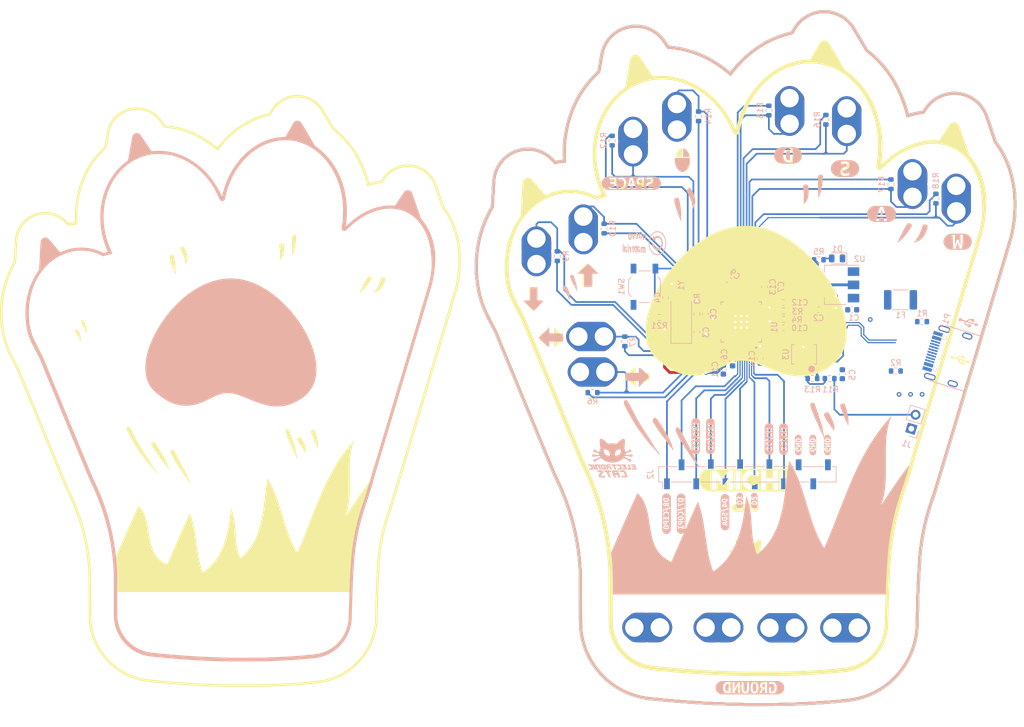
<source format=kicad_pcb>
(kicad_pcb (version 20211014) (generator pcbnew)
  (layers (0 "F.Cu" signal) (31 "B.Cu" signal) (34 "B.Paste" user) (35 "F.Paste" user) (36 "B.SilkS" user "B.Silkscreen") (37 "F.SilkS" user "F.Silkscreen") (38 "B.Mask" user) (39 "F.Mask" user) (44 "Edge.Cuts" user))
  (net 0 "")
  (net 1 "VBUS")
  (net 2 "GND")
  (net 3 "+3V3")
  (net 4 "/XIN")
  (net 5 "Net-(C4-Pad2)")
  (net 6 "+1V1")
  (net 7 "Net-(D1-Pad2)")
  (net 8 "Net-(J1-Pad2)")
  (net 9 "/IO25")
  (net 10 "/IO26")
  (net 11 "/IO27")
  (net 12 "/IO28")
  (net 13 "/IO29")
  (net 14 "Net-(P1-PadA5)")
  (net 15 "/D-")
  (net 16 "/D+")
  (net 17 "Net-(P1-PadB5)")
  (net 18 "/DR-")
  (net 19 "/DR+")
  (net 20 "/IO1")
  (net 21 "/IO0")
  (net 22 "/IO13")
  (net 23 "/IO12")
  (net 24 "/XOUT")
  (net 25 "/IO3")
  (net 26 "/IO2")
  (net 27 "/IO15")
  (net 28 "/IO14")
  (net 29 "/SS")
  (net 30 "/IO5")
  (net 31 "/IO4")
  (net 32 "/IO17")
  (net 33 "/IO16")
  (net 34 "/IO7")
  (net 35 "/IO6")
  (net 36 "/IO19")
  (net 37 "/IO18")
  (net 38 "/IO9")
  (net 39 "/IO8")
  (net 40 "/IO22")
  (net 41 "/IO21")
  (net 42 "/IO11")
  (net 43 "/IO10")
  (net 44 "/IO24")
  (net 45 "/IO23")
  (net 46 "/RST")
  (net 47 "/SWCLK")
  (net 48 "/SWD")
  (net 49 "/SD3")
  (net 50 "/SCLK")
  (net 51 "/SDO")
  (net 52 "/SD2")
  (net 53 "/SD1")
  (net 54 "/IO20")
  (net 55 "Net-(P1-PadA4)")
  (footprint "LOGO" (layer "F.Cu") (at 83.82 95.25)
    (fp_text reference "G***" hide)
    (fp_text value "LOGO" hide)
  )
  (footprint "SEWALLI_renew" (layer "F.Cu") (at 134.959946 57.403186 180)
    (fp_text reference "P6")
    (fp_text value "D")
  )
  (footprint "Aesthetics:electronic_cats_logo_8x6" (layer "F.Cu") (at 117.856 133.604)
    (fp_text reference "G***" hide)
    (fp_text value "LOGO" hide)
  )
  (footprint "kibuzzard-63055F28" (layer "F.Cu") (at 118.11 155.956)
    (fp_text reference "kibuzzard-63055F28" hide)
    (fp_text value "G***" hide)
  )
  (footprint "kibuzzard-6305640E" (layer "F.Cu") (at 117.856 119.888)
    (fp_text reference "kibuzzard-6305640E" hide)
    (fp_text value "G***" hide)
  )
  (footprint "SEWALLI_renew" (layer "F.Cu") (at 90.407132 94.91724 -90)
    (fp_text reference "P6")
    (fp_text value "D")
  )
  (footprint "SEWALLI_renew" (layer "F.Cu") (at 90.672173 101.071613 -90)
    (fp_text reference "P6")
    (fp_text value "D")
  )
  (footprint "LOGO" (layer "F.Cu") (at 89.916 84.328)
    (fp_text reference "G***" hide)
    (fp_text value "LOGO" hide)
  )
  (footprint "SEWALLI_renew" (layer "F.Cu") (at 134.5 145.5 -90)
    (fp_text reference "P6")
    (fp_text value "D")
  )
  (footprint "SEWALLI_renew" (layer "F.Cu") (at 100.131186 145.464054 -90)
    (fp_text reference "P6")
    (fp_text value "D")
  )
  (footprint "kibuzzard-63055E6D" (layer "F.Cu") (at 154.178 78.486)
    (fp_text reference "kibuzzard-63055E6D" hide)
    (fp_text value "G***" hide)
  )
  (footprint "kibuzzard-63055EA5" (layer "F.Cu") (at 97.536 68.326)
    (fp_text reference "kibuzzard-63055EA5" hide)
    (fp_text value "G***" hide)
  )
  (footprint "SEWALLI_renew" (layer "F.Cu") (at 81.098 80.012 180)
    (fp_text reference "P6")
    (fp_text value "D")
  )
  (footprint "SEWALLI_renew" (layer "F.Cu") (at 89.239946 76.199186 180)
    (fp_text reference "P6")
    (fp_text value "D")
  )
  (footprint "SEWALLI_renew" (layer "F.Cu") (at 97.862 60.962 180)
    (fp_text reference "P6")
    (fp_text value "D")
  )
  (footprint "kibuzzard-6305642C" (layer "F.Cu") (at 117.348 124.714)
    (fp_text reference "kibuzzard-6305642C" hide)
    (fp_text value "G***" hide)
  )
  (footprint "kibuzzard-63055E62" (layer "F.Cu") (at 140.97 73.66)
    (fp_text reference "kibuzzard-63055E62" hide)
    (fp_text value "G***" hide)
  )
  (footprint "SEWALLI_renew" (layer "F.Cu") (at 123.581186 145.5 -90)
    (fp_text reference "P6")
    (fp_text value "D")
  )
  (footprint "Aesthetics:usb_graphic" (layer "F.Cu") (at 154.690176 98.921627 -107)
    (fp_text reference "svg2mod" hide)
    (fp_text value "G***" hide)
  )
  (footprint "SEWALLI_renew" (layer "F.Cu") (at 105.482 56.644 180)
    (fp_text reference "P6")
    (fp_text value "D")
  )
  (footprint "kibuzzard-63055FE6" (layer "F.Cu") (at 134.62 65.786)
    (fp_text reference "kibuzzard-63055FE6" hide)
    (fp_text value "G***" hide)
  )
  (footprint "kibuzzard-63055E8E" (layer "F.Cu") (at 124.714 63.5)
    (fp_text reference "kibuzzard-63055E8E" hide)
    (fp_text value "G***" hide)
  )
  (footprint "SEWALLI_renew" (layer "F.Cu") (at 146.376 68.328 180)
    (fp_text reference "P6")
    (fp_text value "D")
  )
  (footprint "SEWALLI_renew" (layer "F.Cu") (at 125.04 55.628 180)
    (fp_text reference "P6")
    (fp_text value "D")
  )
  (footprint "PCB_Michi_Act" (layer "F.Cu") (at 27.94 104.394)
    (fp_text reference "Ref**" hide)
    (fp_text value "Val**" hide)
  )
  (footprint "SEWALLI_renew" (layer "F.Cu") (at 112.5 145.464054 -90)
    (fp_text reference "P6")
    (fp_text value "D")
  )
  (footprint "SEWALLI_renew" (layer "F.Cu") (at 153.977901 70.856545 180)
    (fp_text reference "P6")
    (fp_text value "D")
  )
  (footprint "LOGO" (layer "F.Cu") (at 98.552 101.854 180)
    (fp_text reference "G***" hide)
    (fp_text value "LOGO" hide)
  )
  (footprint "LOGO" (layer "F.Cu") (at 106.426 64.262)
    (fp_text reference "G***" hide)
    (fp_text value "LOGO" hide)
  )
  (footprint "LOGO" (layer "F.Cu") (at 80.518 88.392)
    (fp_text reference "G***" hide)
    (fp_text value "LOGO" hide)
  )
  (footprint "PCB_Michi_Act" (layer "F.Cu") (at 117.361946 98.7)
    (fp_text reference "Ref**" hide)
    (fp_text value "Val**" hide)
  )
  (footprint "Diode_SMD:D_0805_2012Metric" (layer "B.Cu") (at 133.25 81.39 180)
    (fp_text reference "D1")
    (fp_text value "LED")
  )
  (footprint "Capacitor_SMD:C_0603_1608Metric" (layer "B.Cu") (at 134.15 101.505 -90)
    (fp_text reference "C5")
    (fp_text value ".1uf")
  )
  (footprint "Capacitor_SMD:C_0603_1608Metric" (layer "B.Cu") (at 120.645 86.325 90)
    (fp_text reference "C13")
    (fp_text value ".1uf")
  )
  (footprint "kibuzzard-63056260" (layer "B.Cu") (at 113.792 125.476 -90)
    (fp_text reference "kibuzzard-63056260" hide)
    (fp_text value "G***" hide)
  )
  (footprint "Resistor_SMD:R_0603_1608Metric" (layer "B.Cu") (at 128.97 102.26)
    (fp_text reference "R13")
    (fp_text value "DNP")
  )
  (footprint "kibuzzard-6305622D" (layer "B.Cu") (at 108.712 112.268 90)
    (fp_text reference "kibuzzard-6305622D" hide)
    (fp_text value "G***" hide)
  )
  (footprint "Package_TO_SOT_SMD:SOT-223-3_TabPin2" (layer "B.Cu") (at 132.95 85.98 180)
    (fp_text reference "U2")
    (fp_text value "NCP1117ST33T3G")
  )
  (footprint "LOGO" (layer "B.Cu") (at 99.822 78.74 180)
    (fp_text reference "G***" hide)
    (fp_text value "LOGO" hide)
  )
  (footprint "Capacitor_SMD:C_0603_1608Metric" (layer "B.Cu") (at 130.025 90.31)
    (fp_text reference "C2")
    (fp_text value "10uf")
  )
  (footprint "Resistor_SMD:R_0603_1608Metric" (layer "B.Cu") (at 147.99 92.37 180)
    (fp_text reference "R1")
    (fp_text value "5.1K")
  )
  (footprint "LOGO" (layer "B.Cu") (at 89.916 84.328 180)
    (fp_text reference "G***" hide)
    (fp_text value "LOGO" hide)
  )
  (footprint "Capacitor_SMD:C_0603_1608Metric" (layer "B.Cu") (at 108.9 94.18 90)
    (fp_text reference "C3")
    (fp_text value "27pf")
  )
  (footprint "Resistor_SMD:R_0603_1608Metric" (layer "B.Cu") (at 102.385 91.64)
    (fp_text reference "R21")
    (fp_text value "10k")
  )
  (footprint "Resistor_SMD:R_0603_1608Metric" (layer "B.Cu") (at 123.945 91.98)
    (fp_text reference "R4")
    (fp_text value "27.4")
  )
  (footprint "Resistor_SMD:R_0603_1608Metric" (layer "B.Cu") (at 150.4 71 90)
    (fp_text reference "R18")
    (fp_text value "22M ")
  )
  (footprint "Resistor_SMD:R_0603_1608Metric" (layer "B.Cu") (at 94.2 60.925 90)
    (fp_text reference "R12")
    (fp_text value "22M ")
  )
  (footprint "Resistor_SMD:R_0603_1608Metric" (layer "B.Cu") (at 92.8 76.2 -90)
    (fp_text reference "R10")
    (fp_text value "22M ")
  )
  (footprint "kibuzzard-63056299" (layer "B.Cu") (at 118.872 123.444 90)
    (fp_text reference "kibuzzard-63056299" hide)
    (fp_text value "G***" hide)
  )
  (footprint "Library:QFN40P700X700X90-57N" (layer "B.Cu") (at 116.6 92.42 90)
    (fp_text reference "U1")
    (fp_text value "RP2040")
  )
  (footprint "Capacitor_SMD:C_0603_1608Metric" (layer "B.Cu") (at 113.5 100.7 -90)
    (fp_text reference "C11")
    (fp_text value ".1uf")
  )
  (footprint "kibuzzard-63055F28" (layer "B.Cu") (at 118.11 155.956 180)
    (fp_text reference "kibuzzard-63055F28" hide)
    (fp_text value "G***" hide)
  )
  (footprint "Button_Switch_SMD:SW_SPST_TL3342" (layer "B.Cu") (at 99.81 86.3 90)
    (fp_text reference "SW1")
    (fp_text value "SW_Push")
  )
  (footprint "LOGO" (layer "B.Cu") (at 80.518 88.392 180)
    (fp_text reference "G***" hide)
    (fp_text value "LOGO" hide)
  )
  (footprint "kibuzzard-630562BF" (layer "B.Cu") (at 116.332 123.444 90)
    (fp_text reference "kibuzzard-630562BF" hide)
    (fp_text value "G***" hide)
  )
  (footprint "kibuzzard-6305624B" (layer "B.Cu") (at 111.252 112.268 90)
    (fp_text reference "kibuzzard-6305624B" hide)
    (fp_text value "G***" hide)
  )
  (footprint "kibuzzard-63055E62" (layer "B.Cu") (at 140.97 73.66 180)
    (fp_text reference "kibuzzard-63055E62" hide)
    (fp_text value "G***" hide)
  )
  (footprint "Capacitor_SMD:C_0603_1608Metric" (layer "B.Cu") (at 123.945 89.06)
    (fp_text reference "C12")
    (fp_text value ".1uf")
  )
  (footprint "Library:C393939" (layer "B.Cu") (at 150.614644 97.793246 -107)
    (fp_text reference "P1")
    (fp_text value "USB_C_Plug_USB2.0")
  )
  (footprint "kibuzzard-63056270" (layer "B.Cu") (at 121.412 112.776 90)
    (fp_text reference "kibuzzard-63056270" hide)
    (fp_text value "G***" hide)
  )
  (footprint "kibuzzard-630562A3" (layer "B.Cu") (at 131.572 113.792 90)
    (fp_text reference "kibuzzard-630562A3" hide)
    (fp_text value "G***" hide)
  )
  (footprint "kibuzzard-63055E6D" (layer "B.Cu") (at 154.178 78.486 180)
    (fp_text reference "kibuzzard-63055E6D" hide)
    (fp_text value "G***" hide)
  )
  (footprint "Capacitor_SMD:C_0603_1608Metric" (layer "B.Cu") (at 114.48 85.17 135)
    (fp_text reference "C9")
    (fp_text value ".1uf")
  )
  (footprint "Fuse:Fuse_1812_4532Metric_Pad1.30x3.40mm_HandSolder" (layer "B.Cu") (at 144.255 88.58)
    (fp_text reference "F1")
    (fp_text value "0.5A")
  )
  (footprint "LOGO" (layer "B.Cu") (at 106.426 64.262 180)
    (fp_text reference "G***" hide)
    (fp_text value "LOGO" hide)
  )
  (footprint "Capacitor_SMD:C_0603_1608Metric" (layer "B.Cu") (at 115.1 99.275 -90)
    (fp_text reference "C6")
    (fp_text value "1uf")
  )
  (footprint "Resistor_SMD:R_0603_1608Metric" (layer "B.Cu") (at 131.945 102.26 180)
    (fp_text reference "R11")
    (fp_text value "1k")
  )
  (footprint "Resistor_SMD:R_0603_1608Metric" (layer "B.Cu") (at 96.4 95.8 -90)
    (fp_text reference "R7")
    (fp_text value "22M ")
  )
  (footprint "kibuzzard-63055FE6" (layer "B.Cu") (at 134.62 65.786 180)
    (fp_text reference "kibuzzard-63055FE6" hide)
    (fp_text value "G***" hide)
  )
  (footprint "LOGO" (layer "B.Cu") (at 98.552 101.854)
    (fp_text reference "G***" hide)
    (fp_text value "LOGO" hide)
  )
  (footprint "Capacitor_SMD:C_0603_1608Metric" (layer "B.Cu") (at 135.865 90.31 180)
    (fp_text reference "C1")
    (fp_text value "10uf")
  )
  (footprint "Resistor_SMD:R_0603_1608Metric" (layer "B.Cu") (at 143.44 100.95 180)
    (fp_text reference "R2")
    (fp_text value "5.1K")
  )
  (footprint "Capacitor_SMD:C_0603_1608Metric" (layer "B.Cu") (at 110.37 91.04 90)
    (fp_text reference "C8")
    (fp_text value "1uf")
  )
  (footprint "Aesthetics:usb_graphic" (layer "B.Cu") (at 156.050386 92.541757 73)
    (fp_text reference "svg2mod" hide)
    (fp_text value "G***" hide)
  )
  (footprint "Capacitor_SMD:C_0603_1608Metric" (layer "B.Cu") (at 122.105 86.32 90)
    (fp_text reference "C7")
    (fp_text value ".1uf")
  )
  (footprint "kibuzzard-630562A3" (layer "B.Cu") (at 126.492 113.792 90)
    (fp_text reference "kibuzzard-630562A3" hide)
    (fp_text value "G***" hide)
  )
  (footprint "kibuzzard-63055E8E" (layer "B.Cu") (at 124.714 63.5 180)
    (fp_text reference "kibuzzard-63055E8E" hide)
    (fp_text value "G***" hide)
  )
  (footprint "Capacitor_SMD:C_0603_1608Metric" (layer "B.Cu") (at 119.9 98.8 -90)
    (fp_text reference "C14")
    (fp_text value ".1uf")
  )
  (footprint "Library:W25Q16JVUUIQ" (layer "B.Cu") (at 127.52 98.061099 90)
    (fp_text reference "U3")
    (fp_text value "W25Q128JVS")
  )
  (footprint "Capacitor_SMD:C_0603_1608Metric" (layer "B.Cu") (at 123.935 93.44)
    (fp_text reference "C10")
    (fp_text value ".1uf")
  )
  (footprint "Resistor_SMD:R_0603_1608Metric" (layer "B.Cu") (at 123.935 90.52)
    (fp_text reference "R3")
    (fp_text value "27.4")
  )
  (footprint "kibuzzard-630562A3" (layer "B.Cu") (at 129.032 113.792 90)
    (fp_text reference "kibuzzard-630562A3" hide)
    (fp_text value "G***" hide)
  )
  (footprint "kibuzzard-63056280" (layer "B.Cu") (at 123.952 112.776 90)
    (fp_text reference "kibuzzard-63056280" hide)
    (fp_text value "G***" hide)
  )
  (footprint "Resistor_SMD:R_0603_1608Metric" (layer "B.Cu") (at 142.6 68.5 90)
    (fp_text reference "R17")
    (fp_text value "22M ")
  )
  (footprint "Resistor_SMD:R_0603_1608Metric" (layer "B.Cu") (at 131.3 57.3 90)
    (fp_text reference "R16")
    (fp_text value "22M ")
  )
  (footprint "Aesthetics:electronic_cats_logo_8x6" (layer "B.Cu") (at 94.234 116.078 180)
    (fp_text reference "G***" hide)
    (fp_text value "LOGO" hide)
  )
  (footprint "Connector_PinSocket_2.54mm:PinSocket_1x12_P2.54mm_Vertical_SMD_Pin1Right" (layer "B.Cu") (at 117.68 118.89 -90)
    (fp_text reference "J2")
    (fp_text value "Conn_Right")
  )
  (footprint "kibuzzard-630561F0" (layer "B.Cu") (at 106.172 125.73 -90)
    (fp_text reference "kibuzzard-630561F0" hide)
    (fp_text value "G***" hide)
  )
  (footprint "Resistor_SMD:R_0603_1608Metric" (layer "B.Cu") (at 108.9 91.03 90)
    (fp_text reference "R8")
    (fp_text value "1k")
  )
  (footprint "Resistor_SMD:R_0603_1608Metric" (layer "B.Cu") (at 130.07 81.63 180)
    (fp_text reference "R5")
    (fp_text value "1k")
  )
  (footprint "Resistor_SMD:R_0603_1608Metric" (layer "B.Cu") (at 109.2 56.7 -90)
    (fp_text reference "R14")
    (fp_text value "22M ")
  )
  (footprint "Resistor_SMD:R_0603_1608Metric" (layer "B.Cu") (at 90.8 104.7 180)
    (fp_text reference "R6")
    (fp_text value "22M ")
  )
  (footprint "kibuzzard-63056210" (layer "B.Cu") (at 103.632 125.73 -90)
    (fp_text reference "kibuzzard-63056210" hide)
    (fp_text value "G***" hide)
  )
  (footprint "kibuzzard-63055EA5" (layer "B.Cu") (at 97.536 68.326 180)
    (fp_text reference "kibuzzard-63055EA5" hide)
    (fp_text value "G***" hide)
  )
  (footprint "Capacitor_SMD:C_0603_1608Metric" (layer "B.Cu") (at 103.5 88.2 -90)
    (fp_text reference "C4")
    (fp_text value "27pf")
  )
  (footprint "Connector_PinSocket_2.54mm:PinSocket_1x02_P2.54mm_Vertical" (layer "B.Cu") (at 146.128443 110.972691 -17)
    (fp_text reference "J1")
    (fp_text value "Conn_01x02")
  )
  (footprint "Resistor_SMD:R_0603_1608Metric" (layer "B.Cu") (at 84.67 80.99 -90)
    (fp_text reference "R9")
    (fp_text value "22M ")
  )
  (footprint "Crystal:Crystal_SMD_5032-2Pin_5.0x3.2mm_HandSoldering" (layer "B.Cu") (at 106.2 91.6 90)
    (fp_text reference "Y1")
    (fp_text value "Crystal")
  )
  (footprint "LOGO" (layer "B.Cu") (at 83.566 95.25 180)
    (fp_text reference "G***" hide)
    (fp_text value "LOGO" hide)
  )
  (footprint "Resistor_SMD:R_0603_1608Metric" (layer "B.Cu") (at 121.4 55.7 90)
    (fp_text reference "R15")
    (fp_text value "22M ")
  )
  (gr_line (start 161.8 83.97) (end 161.95 83.47) (layer "Edge.Cuts") (width 0.15))
  (gr_arc (start 84.36 64.5) (mid 85.017993 64.386751) (end 85.68 64.3) (layer "Edge.Cuts") (width 0.15))
  (gr_line (start 73.33 70.27) (end 73.31 70.66) (layer "Edge.Cuts") (width 0.15))
  (gr_line (start 88.49 139.59) (end 88.5 140.17) (layer "Edge.Cuts") (width 0.15))
  (gr_line (start 73.27 71.31) (end 73.24 71.87) (layer "Edge.Cuts") (width 0.15))
  (gr_line (start 137.62 43.54) (end 137.96 44.13) (layer "Edge.Cuts") (width 0.15))
  (gr_line (start 78.76 106.3) (end 79.16 107.27) (layer "Edge.Cuts") (width 0.15))
  (gr_line (start 147.43 141.18) (end 147.45 140.5) (layer "Edge.Cuts") (width 0.15))
  (gr_line (start 74.18 95.18) (end 74.21 95.25) (layer "Edge.Cuts") (width 0.15))
  (gr_line (start 155.38 105.42) (end 155.81 103.98) (layer "Edge.Cuts") (width 0.15))
  (gr_line (start 83.01 116.61) (end 83.36 117.45) (layer "Edge.Cuts") (width 0.15))
  (gr_line (start 83.36 117.45) (end 83.88 118.69) (layer "Edge.Cuts") (width 0.15))
  (gr_line (start 152.34 115.55) (end 153.04 113.21) (layer "Edge.Cuts") (width 0.15))
  (gr_arc (start 85.68 64.3) (mid 86.973451 55.886333) (end 91.72 48.82) (layer "Edge.Cuts") (width 0.15))
  (gr_line (start 74.34 95.57) (end 74.44 95.81) (layer "Edge.Cuts") (width 0.15))
  (gr_line (start 75.25 97.78) (end 75.51 98.41) (layer "Edge.Cuts") (width 0.15))
  (gr_line (start 73.76 94.19) (end 73.8 94.27) (layer "Edge.Cuts") (width 0.15))
  (gr_line (start 88.49 138.58) (end 88.49 139.22) (layer "Edge.Cuts") (width 0.15))
  (gr_line (start 81.24 112.32) (end 81.82 113.73) (layer "Edge.Cuts") (width 0.15))
  (gr_line (start 160.55 60.05) (end 160.68 60.44) (layer "Edge.Cuts") (width 0.15))
  (gr_line (start 88.48 137.17) (end 88.48 137.31) (layer "Edge.Cuts") (width 0.15))
  (gr_line (start 73.61 93.89) (end 73.76 94.19) (layer "Edge.Cuts") (width 0.15))
  (gr_arc (start 104.03 44.51) (mid 109.715767 45.926839) (end 114.68 49.04) (layer "Edge.Cuts") (width 0.15))
  (gr_line (start 159.98 58.35) (end 160.22 59.07) (layer "Edge.Cuts") (width 0.15))
  (gr_line (start 161.11 86.29) (end 161.51 84.95) (layer "Edge.Cuts") (width 0.15))
  (gr_line (start 160.22 59.07) (end 160.36 59.48) (layer "Edge.Cuts") (width 0.15))
  (gr_line (start 136.85 42.23) (end 137.08 42.62) (layer "Edge.Cuts") (width 0.15))
  (gr_line (start 74.55 96.08) (end 74.69 96.42) (layer "Edge.Cuts") (width 0.15))
  (gr_line (start 73.38 69.3) (end 73.36 69.7) (layer "Edge.Cuts") (width 0.15))
  (gr_line (start 161.95 83.47) (end 162.27 82.39) (layer "Edge.Cuts") (width 0.15))
  (gr_line (start 147.51 138.66) (end 147.53 138.34) (layer "Edge.Cuts") (width 0.15))
  (gr_line (start 82.7 115.85) (end 83.01 116.61) (layer "Edge.Cuts") (width 0.15))
  (gr_line (start 147.5 139.05) (end 147.51 138.66) (layer "Edge.Cuts") (width 0.15))
  (gr_line (start 73.93 94.57) (end 74 94.74) (layer "Edge.Cuts") (width 0.15))
  (gr_line (start 147.47 139.77) (end 147.5 139.05) (layer "Edge.Cuts") (width 0.15))
  (gr_arc (start 145.66 56.32) (mid 146.876318 56.023292) (end 148.11 55.81) (layer "Edge.Cuts") (width 0.15))
  (gr_line (start 73.31 70.66) (end 73.29 71) (layer "Edge.Cuts") (width 0.15))
  (gr_line (start 74.69 96.42) (end 74.81 96.71) (layer "Edge.Cuts") (width 0.15))
  (gr_line (start 74.44 95.81) (end 74.55 96.08) (layer "Edge.Cuts") (width 0.15))
  (gr_line (start 159.32 56.42) (end 159.54 57.05) (layer "Edge.Cuts") (width 0.15))
  (gr_line (start 82.36 115.04) (end 82.7 115.85) (layer "Edge.Cuts") (width 0.15))
  (gr_line (start 147.4 142.39) (end 147.43 141.18) (layer "Edge.Cuts") (width 0.15))
  (gr_line (start 79.97 109.24) (end 80.22 109.85) (layer "Edge.Cuts") (width 0.15))
  (gr_arc (start 160.89 61.06) (mid 163.513058 66.292621) (end 164.32 72.09) (layer "Edge.Cuts") (width 0.15))
  (gr_line (start 91.93 47.56) (end 91.84 48.08) (layer "Edge.Cuts") (width 0.15))
  (gr_line (start 160.45 59.75) (end 160.55 60.05) (layer "Edge.Cuts") (width 0.15))
  (gr_line (start 160.65 87.82) (end 161.11 86.29) (layer "Edge.Cuts") (width 0.15))
  (gr_line (start 88.49 138.05) (end 88.49 138.58) (layer "Edge.Cuts") (width 0.15))
  (gr_line (start 75.51 98.41) (end 75.86 99.26) (layer "Edge.Cuts") (width 0.15))
  (gr_line (start 74.25 95.35) (end 74.34 95.57) (layer "Edge.Cuts") (width 0.15))
  (gr_line (start 159.76 57.68) (end 159.98 58.35) (layer "Edge.Cuts") (width 0.15))
  (gr_arc (start 147.36 144.48) (mid 144.237194 153.409529) (end 136.08 158.2) (layer "Edge.Cuts") (width 0.15))
  (gr_line (start 88.51 142.53) (end 88.52 143.72) (layer "Edge.Cuts") (width 0.15))
  (gr_line (start 150.74 120.86) (end 151.03 119.9) (layer "Edge.Cuts") (width 0.15))
  (gr_line (start 157.72 97.62) (end 158.66 94.48) (layer "Edge.Cuts") (width 0.15))
  (gr_line (start 160.21 89.3) (end 160.65 87.82) (layer "Edge.Cuts") (width 0.15))
  (gr_line (start 159.54 57.05) (end 159.76 57.68) (layer "Edge.Cuts") (width 0.15))
  (gr_line (start 136.6 41.83) (end 136.85 42.23) (layer "Edge.Cuts") (width 0.15))
  (gr_line (start 163.21 79.22) (end 163.57 78.04) (layer "Edge.Cuts") (width 0.15))
  (gr_line (start 88.49 139.22) (end 88.49 139.59) (layer "Edge.Cuts") (width 0.15))
  (gr_line (start 74.97 97.1) (end 75.25 97.78) (layer "Edge.Cuts") (width 0.15))
  (gr_line (start 78.4 105.43) (end 78.76 106.3) (layer "Edge.Cuts") (width 0.15))
  (gr_line (start 104.03 44.51) (end 103.01 43.05) (layer "Edge.Cuts") (width 0.15))
  (gr_line (start 73.24 71.87) (end 73.21 72.4) (layer "Edge.Cuts") (width 0.15))
  (gr_line (start 88.5 140.17) (end 88.5 141.17) (layer "Edge.Cuts") (width 0.15))
  (gr_line (start 88.52 144.54) (end 88.52 145.31) (layer "Edge.Cuts") (width 0.15))
  (gr_line (start 147.36 144.48) (end 147.37 143.91) (layer "Edge.Cuts") (width 0.15))
  (gr_line (start 81.82 113.73) (end 82.36 115.04) (layer "Edge.Cuts") (width 0.15))
  (gr_line (start 73.43 93.53) (end 73.61 93.89) (layer "Edge.Cuts") (width 0.15))
  (gr_line (start 91.84 48.08) (end 91.79 48.39) (layer "Edge.Cuts") (width 0.15))
  (gr_line (start 160.68 60.44) (end 160.89 61.06) (layer "Edge.Cuts") (width 0.15))
  (gr_line (start 137.08 42.62) (end 137.62 43.54) (layer "Edge.Cuts") (width 0.15))
  (gr_arc (start 92.29 45.53) (mid 96.893101 41.018243) (end 103.01 43.05) (layer "Edge.Cuts") (width 0.15))
  (gr_arc (start 73.43 93.53) (mid 70.419831 82.995196) (end 73.21 72.4) (layer "Edge.Cuts") (width 0.15))
  (gr_line (start 92.29 45.53) (end 92.11 46.52) (layer "Edge.Cuts") (width 0.15))
  (gr_line (start 155.81 103.98) (end 156.44 101.89) (layer "Edge.Cuts") (width 0.15))
  (gr_line (start 157.08 99.75) (end 157.4 98.68) (layer "Edge.Cuts") (width 0.15))
  (gr_line (start 88.52 143.72) (end 88.52 144.54) (layer "Edge.Cuts") (width 0.15))
  (gr_arc (start 164.32 72.09) (mid 164.136081 75.089086) (end 163.57 78.04) (layer "Edge.Cuts") (width 0.15))
  (gr_arc (start 148.11 55.81) (mid 153.911182 52.509743) (end 159.32 56.42) (layer "Edge.Cuts") (width 0.15))
  (gr_line (start 92 47.15) (end 91.93 47.56) (layer "Edge.Cuts") (width 0.15))
  (gr_line (start 77.64 103.56) (end 78.4 105.43) (layer "Edge.Cuts") (width 0.15))
  (gr_line (start 88.48 137.31) (end 88.49 137.65) (layer "Edge.Cuts") (width 0.15))
  (gr_line (start 150.56 121.46) (end 150.74 120.86) (layer "Edge.Cuts") (width 0.15))
  (gr_line (start 162.27 82.39) (end 162.61 81.25) (layer "Edge.Cuts") (width 0.15))
  (gr_arc (start 99.76 157.92) (mid 91.950534 153.566594) (end 88.52 145.31) (layer "Edge.Cuts") (width 0.15))
  (gr_line (start 151.44 118.54) (end 151.79 117.38) (layer "Edge.Cuts") (width 0.15))
  (gr_arc (start 136.08 158.2) (mid 117.912173 159.075302) (end 99.76 157.92) (layer "Edge.Cuts") (width 0.15))
  (gr_line (start 73.36 69.7) (end 73.33 70.27) (layer "Edge.Cuts") (width 0.15))
  (gr_line (start 73.43 68.46) (end 73.41 68.77) (layer "Edge.Cuts") (width 0.15))
  (gr_line (start 158.66 94.48) (end 159.08 93.08) (layer "Edge.Cuts") (width 0.15))
  (gr_line (start 88.51 141.68) (end 88.51 142.53) (layer "Edge.Cuts") (width 0.15))
  (gr_line (start 147.38 143.19) (end 147.4 142.39) (layer "Edge.Cuts") (width 0.15))
  (gr_arc (start 147.57 137.64) (mid 148.269234 129.70168) (end 150.39 122.02) (layer "Edge.Cuts") (width 0.15))
  (gr_line (start 159.08 93.08) (end 159.43 91.9) (layer "Edge.Cuts") (width 0.15))
  (gr_line (start 161.51 84.95) (end 161.8 83.97) (layer "Edge.Cuts") (width 0.15))
  (gr_arc (start 138.49 45.04) (mid 143.03653 50.068815) (end 145.66 56.32) (layer "Edge.Cuts") (width 0.15))
  (gr_line (start 160.36 59.48) (end 160.45 59.75) (layer "Edge.Cuts") (width 0.15))
  (gr_line (start 91.79 48.39) (end 91.72 48.82) (layer "Edge.Cuts") (width 0.15))
  (gr_line (start 74.04 94.84) (end 74.11 95.01) (layer "Edge.Cuts") (width 0.15))
  (gr_line (start 73.29 71) (end 73.27 71.31) (layer "Edge.Cuts") (width 0.15))
  (gr_arc (start 73.47 67.81) (mid 77.793427 62.464992) (end 84.36 64.5) (layer "Edge.Cuts") (width 0.15))
  (gr_line (start 147.37 143.91) (end 147.38 143.19) (layer "Edge.Cuts") (width 0.15))
  (gr_line (start 147.53 138.34) (end 147.54 137.98) (layer "Edge.Cuts") (width 0.15))
  (gr_line (start 157.4 98.68) (end 157.72 97.62) (layer "Edge.Cuts") (width 0.15))
  (gr_line (start 74.11 95.01) (end 74.18 95.18) (layer "Edge.Cuts") (width 0.15))
  (gr_line (start 74 94.74) (end 74.04 94.84) (layer "Edge.Cuts") (width 0.15))
  (gr_line (start 137.96 44.13) (end 138.17 44.48) (layer "Edge.Cuts") (width 0.15))
  (gr_line (start 147.45 140.5) (end 147.47 139.77) (layer "Edge.Cuts") (width 0.15))
  (gr_line (start 74.21 95.25) (end 74.25 95.35) (layer "Edge.Cuts") (width 0.15))
  (gr_line (start 151.23 119.24) (end 151.44 118.54) (layer "Edge.Cuts") (width 0.15))
  (gr_line (start 138.17 44.48) (end 138.49 45.04) (layer "Edge.Cuts") (width 0.15))
  (gr_line (start 154.51 108.32) (end 154.88 107.09) (layer "Edge.Cuts") (width 0.15))
  (gr_line (start 88.49 137.65) (end 88.49 138.05) (layer "Edge.Cuts") (width 0.15))
  (gr_line (start 153.04 113.21) (end 154.07 109.79) (layer "Edge.Cuts") (width 0.15))
  (gr_arc (start 125.31 42.02) (mid 130.89442 38.325275) (end 136.6 41.83) (layer "Edge.Cuts") (width 0.15))
  (gr_line (start 154.88 107.09) (end 155.38 105.42) (layer "Edge.Cuts") (width 0.15))
  (gr_line (start 88.5 141.17) (end 88.51 141.68) (layer "Edge.Cuts") (width 0.15))
  (gr_line (start 73.8 94.27) (end 73.93 94.57) (layer "Edge.Cuts") (width 0.15))
  (gr_line (start 162.61 81.25) (end 162.83 80.5) (layer "Edge.Cuts") (width 0.15))
  (gr_line (start 74.81 96.71) (end 74.97 97.1) (layer "Edge.Cuts") (width 0.15))
  (gr_line (start 150.39 122.02) (end 150.56 121.46) (layer "Edge.Cuts") (width 0.15))
  (gr_line (start 151.03 119.9) (end 151.23 119.24) (layer "Edge.Cuts") (width 0.15))
  (gr_line (start 73.47 67.81) (end 73.43 68.46) (layer "Edge.Cuts") (width 0.15))
  (gr_line (start 75.86 99.26) (end 76.31 100.35) (layer "Edge.Cuts") (width 0.15))
  (gr_line (start 159.43 91.9) (end 160.21 89.3) (layer "Edge.Cuts") (width 0.15))
  (gr_line (start 156.44 101.89) (end 157.08 99.75) (layer "Edge.Cuts") (width 0.15))
  (gr_line (start 73.41 68.77) (end 73.38 69.3) (layer "Edge.Cuts") (width 0.15))
  (gr_line (start 80.22 109.85) (end 80.59 110.75) (layer "Edge.Cuts") (width 0.15))
  (gr_line (start 154.07 109.79) (end 154.51 108.32) (layer "Edge.Cuts") (width 0.15))
  (gr_arc (start 114.68 49.04) (mid 119.376087 44.592814) (end 125.31 42.02) (layer "Edge.Cuts") (width 0.15))
  (gr_line (start 80.59 110.75) (end 81.24 112.32) (layer "Edge.Cuts") (width 0.15))
  (gr_arc (start 83.88 118.69) (mid 87.26545 127.659812) (end 88.48 137.17) (layer "Edge.Cuts") (width 0.15))
  (gr_line (start 151.79 117.38) (end 152.34 115.55) (layer "Edge.Cuts") (width 0.15))
  (gr_line (start 79.43 107.93) (end 79.73 108.66) (layer "Edge.Cuts") (width 0.15))
  (gr_line (start 147.54 137.98) (end 147.57 137.64) (layer "Edge.Cuts") (width 0.15))
  (gr_line (start 162.83 80.5) (end 163.21 79.22) (layer "Edge.Cuts") (width 0.15))
  (gr_line (start 79.16 107.27) (end 79.43 107.93) (layer "Edge.Cuts") (width 0.15))
  (gr_line (start 76.31 100.35) (end 77.64 103.56) (layer "Edge.Cuts") (width 0.15))
  (gr_line (start 92.11 46.52) (end 92 47.15) (layer "Edge.Cuts") (width 0.15))
  (gr_line (start 79.73 108.66) (end 79.97 109.24) (layer "Edge.Cuts") (width 0.15))
  (via (at 146 105) (size 0.8) (drill 0.4) (layers "F.Cu" "B.Cu") (net 2))
  (via (at 115.6 92.4) (size 0.8) (drill 0.4) (layers "F.Cu" "B.Cu") (net 2))
  (via (at 116.6 93.4) (size 0.8) (drill 0.4) (layers "F.Cu" "B.Cu") (net 2))
  (via (at 117.6 91.4) (size 0.8) (drill 0.4) (layers "F.Cu" "B.Cu") (net 2))
  (via (at 144 105) (size 0.8) (drill 0.4) (layers "F.Cu" "B.Cu") (net 2))
  (via (at 117.6 93.4) (size 0.8) (drill 0.4) (layers "F.Cu" "B.Cu") (net 2))
  (via (at 127.4 96.8) (size 0.8) (drill 0.4) (layers "F.Cu" "B.Cu") (net 2))
  (via (at 133 88) (size 0.8) (drill 0.4) (layers "F.Cu" "B.Cu") (net 2))
  (via (at 117.6 92.4) (size 0.8) (drill 0.4) (layers "F.Cu" "B.Cu") (net 2))
  (via (at 116.6 91.4) (size 0.8) (drill 0.4) (layers "F.Cu" "B.Cu") (net 2))
  (via (at 115.6 91.4) (size 0.8) (drill 0.4) (layers "F.Cu" "B.Cu") (net 2))
  (via (at 116.6 92.4) (size 0.8) (drill 0.4) (layers "F.Cu" "B.Cu") (net 2))
  (via (at 104.6 85.8) (size 0.8) (drill 0.4) (layers "F.Cu" "B.Cu") (net 2))
  (via (at 115.6 93.4) (size 0.8) (drill 0.4) (layers "F.Cu" "B.Cu") (net 2))
  (via (at 148 105) (size 0.8) (drill 0.4) (layers "F.Cu" "B.Cu") (net 2))
  (via (at 110.5 94.5) (size 0.8) (drill 0.4) (layers "F.Cu" "B.Cu") (net 2))
  (via (at 108.86 88.72) (size 0.8) (drill 0.4) (layers "F.Cu" "B.Cu") (net 2))
  (via (at 133 90) (size 0.8) (drill 0.4) (layers "F.Cu" "B.Cu") (net 2))
  (via (at 139 92) (size 0.8) (drill 0.4) (layers "F.Cu" "B.Cu") (net 2))
  (segment (start 112.08 93.42) (end 113.165 93.42) (width 0.2) (layer "B.Cu") (net 2))
  (segment (start 110.5 94.5) (end 111.2 93.8) (width 0.3) (layer "B.Cu") (net 2))
  (segment (start 111.2 93.8) (end 111.7 93.8) (width 0.3) (layer "B.Cu") (net 2))
  (segment (start 110.37 90.23) (end 110.37 90.265) (width 0.2) (layer "B.Cu") (net 2))
  (segment (start 111.7 93.8) (end 112.08 93.42) (width 0.3) (layer "B.Cu") (net 2))
  (segment (start 108.86 88.72) (end 110.37 90.23) (width 0.2) (layer "B.Cu") (net 2))
  (segment (start 110.5 94.5) (end 110.045 94.955) (width 0.3) (layer "B.Cu") (net 2))
  (segment (start 110.045 94.955) (end 108.9 94.955) (width 0.3) (layer "B.Cu") (net 2))
  (segment (start 103.3 100.3) (end 104.2 101.2) (width 0.5) (layer "F.Cu") (net 3))
  (segment (start 103.28 93.68) (end 103.3 93.7) (width 0.5) (layer "F.Cu") (net 3))
  (segment (start 104.2 101.2) (end 110.5 101.2) (width 0.5) (layer "F.Cu") (net 3))
  (segment (start 103.3 93.7) (end 103.3 100.3) (width 0.5) (layer "F.Cu") (net 3))
  (via (at 119.9 96.6) (size 0.8) (drill 0.4) (layers "F.Cu" "B.Cu") (net 3))
  (via (at 103.28 93.68) (size 0.8) (drill 0.4) (layers "F.Cu" "B.Cu") (net 3))
  (via (at 110.5 101.2) (size 0.8) (drill 0.4) (layers "F.Cu" "B.Cu") (net 3))
  (segment (start 115.1 98.5) (end 113.675 99.925) (width 0.5) (layer "B.Cu") (net 3))
  (segment (start 126.3 87.1) (end 122.11 87.1) (width 0.5) (layer "B.Cu") (net 3))
  (segment (start 113.5 100.1) (end 112.4 101.2) (width 0.5) (layer "B.Cu") (net 3))
  (segment (start 113.675 99.925) (end 113.5 99.925) (width 0.2) (layer "B.Cu") (net 3))
  (segment (start 122.11 87.1) (end 122.105 87.095) (width 0.5) (layer "B.Cu") (net 3))
  (segment (start 115.3 94.8) (end 115.9 94.8) (width 0.5) (layer "B.Cu") (net 3))
  (segment (start 119.2 88.985) (end 119.2 90) (width 0.2) (layer "B.Cu") (net 3))
  (segment (start 113.5 99.925) (end 113.5 100.1) (width 0.2) (layer "B.Cu") (net 3))
  (segment (start 119 92.1) (end 119 92.8) (width 0.5) (layer "B.Cu") (net 3))
  (segment (start 119 91.5) (end 119 91.4) (width 0.2) (layer "B.Cu") (net 3))
  (segment (start 119.585 88.16) (end 120.645 87.1) (width 0.5) (layer "B.Cu") (net 3))
  (segment (start 129.8 82.185) (end 129.8 85.98) (width 0.5) (layer "B.Cu") (net 3))
  (segment (start 114.5 94.8) (end 115.3 94.8) (width 0.5) (layer "B.Cu") (net 3))
  (segment (start 126.3 87.1) (end 127.42 85.98) (width 0.5) (layer "B.Cu") (net 3))
  (segment (start 119 94.9) (end 119.2 95.1) (width 0.5) (layer "B.Cu") (net 3))
  (segment (start 119 94.4) (end 119 94.9) (width 0.5) (layer "B.Cu") (net 3))
  (segment (start 103.25 91.68) (end 103.21 91.64) (width 0.5) (layer "B.Cu") (net 3))
  (segment (start 119.2 88.985) (end 119.585 88.985) (width 0.2) (layer "B.Cu") (net 3))
  (segment (start 103.28 93.68) (end 103.25 93.71) (width 0.2) (layer "B.Cu") (net 3))
  (segment (start 129.245 81.63) (end 129.8 82.185) (width 0.5) (layer "B.Cu") (net 3))
  (segment (start 119 90.2) (end 119 91.4) (width 0.5) (layer "B.Cu") (net 3))
  (segment (start 118.6 94.8) (end 115.91493 94.8) (width 0.5) (layer "B.Cu") (net 3))
  (segment (start 119.9 98.025) (end 119.34952 97.47452) (width 0.5) (layer "B.Cu") (net 3))
  (segment (start 129.795 102.26) (end 129.795 101.605) (width 0.5) (layer "B.Cu") (net 3))
  (segment (start 119.2 96.9) (end 119.4 97.1) (width 0.2) (layer "B.Cu") (net 3))
  (segment (start 119.98 89.82) (end 120.035 89.82) (width 0.2) (layer "B.Cu") (net 3))
  (segment (start 129.795 101.605) (end 129.795 101.105) (width 0.2) (layer "B.Cu") (net 3))
  (segment (start 118.6 94.8) (end 119 94.4) (width 0.5) (layer "B.Cu") (net 3))
  (segment (start 122.1 87.1) (end 122.105 87.095) (width 0.2) (layer "B.Cu") (net 3))
  (segment (start 129.8 89.76) (end 129.8 85.98) (width 0.5) (layer "B.Cu") (net 3))
  (segment (start 120.035 91.82) (end 120.035 92.22) (width 0.2) (layer "B.Cu") (net 3))
  (segment (start 115.6 95.1) (end 115.9 94.8) (width 0.2) (layer "B.Cu") (net 3))
  (segment (start 120.035 90.22) (end 119.02 90.22) (width 0.2) (layer "B.Cu") (net 3))
  (segment (start 122.105 87.095) (end 122.12 87.095) (width 0.2) (layer "B.Cu") (net 3))
  (segment (start 119.34952 97.47452) (end 119.34952 97.1) (width 0.5) (layer "B.Cu") (net 3))
  (segment (start 119.28 91.82) (end 119 92.1) (width 0.2) (layer "B.Cu") (net 3))
  (segment (start 119.2 90) (end 119 90.2) (width 0.2) (layer "B.Cu") (net 3))
  (segment (start 115.35 98.19) (end 115.35 98.25) (width 0.5) (layer "B.Cu") (net 3))
  (segment (start 112.4 101.2) (end 110.5 101.2) (width 0.5) (layer "B.Cu") (net 3))
  (segment (start 115.5 86.19) (end 115.028008 85.718008) (width 0.3) (layer "B.Cu") (net 3))
  (segment (start 115.6 95.1) (end 115.3 94.8) (width 0.2) (layer "B.Cu") (net 3))
  (segment (start 113.165 92.22) (end 114.1 92.22) (width 0.2) (layer "B.Cu") (net 3))
  (segment (start 129.8 85.98) (end 136.1 85.98) (width 0.5) (layer "B.Cu") (net 3))
  (segment (start 118.8 90) (end 119 90.2) (width 0.5) (layer "B.Cu") (net 3))
  (segment (start 119.2 95.855) (end 119.2 96.9) (width 0.2) (layer "B.Cu") (net 3))
  (segment (start 103.28 93.68) (end 103.25 93.65) (width 0.5) (layer "B.Cu") (net 3))
  (segment (start 120.035 90.22) (end 120.035 89.82) (width 0.2) (layer "B.Cu") (net 3))
  (segment (start 115.8 90) (end 118.8 90) (width 0.5) (layer "B.Cu") (net 3))
  (segment (start 115.5 87.15) (end 115.5 86.19) (width 0.3) (layer "B.Cu") (net 3))
  (segment (start 115.35 98.25) (end 115.1 98.5) (width 0.5) (layer "B.Cu") (net 3))
  (segment (start 119.2 95.1) (end 119.2 95.855) (width 0.2) (layer "B.Cu") (net 3))
  (segment (start 129.25 90.31) (end 129.8 89.76) (width 0.5) (layer "B.Cu") (net 3))
  (segment (start 115.6 95.855) (end 115.6 97.94) (width 0.2) (layer "B.Cu") (net 3))
  (segment (start 119 91.4) (end 119 92.1) (width 0.5) (layer "B.Cu") (net 3))
  (segment (start 114.2 92.32) (end 114.2 94.5) (width 0.5) (layer "B.Cu") (net 3))
  (segment (start 115.6 88.985) (end 115.6 87.25) (width 0.2) (layer "B.Cu") (net 3))
  (segment (start 115.6 88.985) (end 115.6 89.8) (width 0.2) (layer "B.Cu") (net 3))
  (segment (start 115.6 89.8) (end 115.8 90) (width 0.5) (layer "B.Cu") (net 3))
  (segment (start 120.645 87.1) (end 122.1 87.1) (width 0.5) (layer "B.Cu") (net 3))
  (segment (start 115.6 97.94) (end 115.35 98.19) (width 0.2) (layer "B.Cu") (net 3))
  (segment (start 115.6 95.31493) (end 115.6 95.855) (width 0.2) (layer "B.Cu") (net 3))
  (segment (start 119.02 90.22) (end 119 90.2) (width 0.2) (layer "B.Cu") (net 3))
  (segment (start 119.32 91.82) (end 119 91.5) (width 0.2) (layer "B.Cu") (net 3))
  (segment (start 114.1 92.22) (end 114.2 92.32) (width 0.5) (layer "B.Cu") (net 3))
  (segment (start 115.6 95.3) (end 115.6 95.1) (width 0.2) (layer "B.Cu") (net 3))
  (segment (start 115.6 95.1) (end 115.6 95) (width 0.2) (layer "B.Cu") (net 3))
  (segment (start 118.88507 94.8) (end 118.6 94.8) (width 0.5) (layer "B.Cu") (net 3))
  (segment (start 114.2 94.5) (end 114.5 94.8) (width 0.5) (layer "B.Cu") (net 3))
  (segment (start 127.42 85.98) (end 129.8 85.98) (width 0.5) (layer "B.Cu") (net 3))
  (segment (start 119.9 96.6) (end 119.9 98.025) (width 0.5) (layer "B.Cu") (net 3))
  (segment (start 119.32 91.82) (end 120.035 91.82) (width 0.2) (layer "B.Cu") (net 3))
  (segment (start 119 92.7) (end 119 94.4) (width 0.5) (layer "B.Cu") (net 3))
  (segment (start 115.6 87.25) (end 115.5 87.15) (width 0.2) (layer "B.Cu") (net 3))
  (segment (start 119 91.82) (end 119.32 91.82) (width 0.2) (layer "B.Cu") (net 3))
  (segment (start 119.32 91.82) (end 119.28 91.82) (width 0.2) (layer "B.Cu") (net 3))
  (segment (start 119.585 88.985) (end 119.585 88.16) (width 0.5) (layer "B.Cu") (net 3))
  (segment (start 103.25 93.65) (end 103.25 91.68) (width 0.5) (layer "B.Cu") (net 3))
  (segment (start 111.36 93.02) (end 110.975 93.405) (width 0.2) (layer "B.Cu") (net 4))
  (segment (start 111.36 93.02) (end 113.165 93.02) (width 0.2) (layer "B.Cu") (net 4))
  (segment (start 106.2 94.2) (end 106.995 93.405) (width 0.3) (layer "B.Cu") (net 4))
  (segment (start 106.995 93.405) (end 108.91 93.405) (width 0.3) (layer "B.Cu") (net 4))
  (segment (start 108.91 93.405) (end 110.975 93.405) (width 0.3) (layer "B.Cu") (net 4))
  (segment (start 103.525 89) (end 106.2 89) (width 0.2) (layer "B.Cu") (net 5))
  (segment (start 103.5 88.975) (end 103.525 89) (width 0.2) (layer "B.Cu") (net 5))
  (segment (start 107.695 89) (end 106.2 89) (width 0.2) (layer "B.Cu") (net 5))
  (segment (start 108.9 90.205) (end 107.695 89) (width 0.2) (layer "B.Cu") (net 5))
  (segment (start 111.68 91.81) (end 111.68 90.32) (width 0.5) (layer "F.Cu") (net 6))
  (segment (start 121.5 92.26) (end 121.56 92.32) (width 0.5) (layer "F.Cu") (net 6))
  (segment (start 121.5 89.9) (end 121.5 92.26) (width 0.5) (layer "F.Cu") (net 6))
  (segment (start 112.1 89.9) (end 121.5 89.9) (width 0.5) (layer "F.Cu") (net 6))
  (segment (start 111.68 90.32) (end 112.1 89.9) (width 0.5) (layer "F.Cu") (net 6))
  (via (at 111.68 91.81) (size 0.8) (drill 0.4) (layers "F.Cu" "B.Cu") (net 6))
  (via (at 121.56 92.32) (size 0.8) (drill 0.4) (layers "F.Cu" "B.Cu") (net 6))
  (via (at 121.5 89.9) (size 0.8) (drill 0.4) (layers "F.Cu" "B.Cu") (net 6))
  (segment (start 113.165 91.82) (end 111.68 91.82) (width 0.2) (layer "B.Cu") (net 6))
  (segment (start 110.375 91.82) (end 111.52 91.82) (width 0.5) (layer "B.Cu") (net 6))
  (segment (start 121.56 92.32) (end 121.26 92.62) (width 0.2) (layer "B.Cu") (net 6))
  (segment (start 121.56 92.32) (end 122.57 93.33) (width 0.5) (layer "B.Cu") (net 6))
  (segment (start 121.5 89.81) (end 121.5 89.9) (width 0.5) (layer "B.Cu") (net 6))
  (segment (start 120.035 90.62) (end 120.78 90.62) (width 0.2) (layer "B.Cu") (net 6))
  (segment (start 120.78 90.62) (end 121.5 89.9) (width 0.2) (layer "B.Cu") (net 6))
  (segment (start 121.26 92.62) (end 120.035 92.62) (width 0.2) (layer "B.Cu") (net 6))
  (segment (start 111.52 91.82) (end 111.68 91.82) (width 0.5) (layer "B.Cu") (net 6))
  (segment (start 111.7 91.8) (end 111.68 91.82) (width 0.2) (layer "B.Cu") (net 6))
  (segment (start 110.37 91.815) (end 110.375 91.82) (width 0.2) (layer "B.Cu") (net 6))
  (segment (start 122.25 89.06) (end 121.5 89.81) (width 0.5) (layer "B.Cu") (net 6))
  (segment (start 111.7 91.6) (end 111.7 91.8) (width 0.2) (layer "B.Cu") (net 6))
  (segment (start 122.57 93.33) (end 122.845 93.33) (width 0.5) (layer "B.Cu") (net 6))
  (segment (start 111.98 91.82) (end 111.92 91.82) (width 0.2) (layer "B.Cu") (net 6))
  (segment (start 123.17 89.06) (end 122.25 89.06) (width 0.5) (layer "B.Cu") (net 6))
  (segment (start 132.3125 81.39) (end 131.135 81.39) (width 0.3) (layer "B.Cu") (net 7))
  (segment (start 131.135 81.39) (end 130.895 81.63) (width 0.3) (layer "B.Cu") (net 7))
  (segment (start 132.77 107.6) (end 132.77 102.26) (width 0.3) (layer "B.Cu") (net 8))
  (segment (start 133.713677 108.543677) (end 132.77 107.6) (width 0.3) (layer "B.Cu") (net 8))
  (segment (start 146.871067 108.543677) (end 133.713677 108.543677) (width 0.3) (layer "B.Cu") (net 8))
  (segment (start 119.3 63.2) (end 130.75 63.2) (width 0.3) (layer "B.Cu") (net 9))
  (segment (start 117.53 86.39) (end 117.2 86.72) (width 0.2) (layer "B.Cu") (net 9))
  (segment (start 131.3 62.9) (end 131.3 58.125) (width 0.3) (layer "B.Cu") (net 9))
  (segment (start 117.53 64.97) (end 119.3 63.2) (width 0.3) (layer "B.Cu") (net 9))
  (segment (start 134.924 62.676) (end 134.924 59.772) (width 0.3) (layer "B.Cu") (net 9))
  (segment (start 117.53 84.96) (end 117.53 86.39) (width 0.2) (layer "B.Cu") (net 9))
  (segment (start 117.2 86.72) (end 117.2 88.985) (width 0.2) (layer "B.Cu") (net 9))
  (segment (start 131 63.2) (end 131.3 62.9) (width 0.3) (layer "B.Cu") (net 9))
  (segment (start 117.53 84.96) (end 117.53 64.97) (width 0.3) (layer "B.Cu") (net 9))
  (segment (start 134.4 63.2) (end 134.924 62.676) (width 0.3) (layer "B.Cu") (net 9))
  (segment (start 131.6 63.2) (end 131.3 62.9) (width 0.3) (layer "B.Cu") (net 9))
  (segment (start 131.6 63.2) (end 134.4 63.2) (width 0.3) (layer "B.Cu") (net 9))
  (segment (start 130.75 63.2) (end 131.6 63.2) (width 0.3) (layer "B.Cu") (net 9))
  (segment (start 130.75 63.2) (end 131 63.2) (width 0.3) (layer "B.Cu") (net 9))
  (segment (start 118.03 77.21) (end 118.02952 77.20952) (width 0.3) (layer "B.Cu") (net 10))
  (segment (start 118.02952 77.20952) (end 118.02952 68.1) (width 0.3) (layer "B.Cu") (net 10))
  (segment (start 117.6 86.95) (end 117.6 88.985) (width 0.2) (layer "B.Cu") (net 10))
  (segment (start 118.45452 67.675) (end 142.6 67.675) (width 0.3) (layer "B.Cu") (net 10))
  (segment (start 118.02952 68.1) (end 118.45452 67.675) (width 0.3) (layer "B.Cu") (net 10))
  (segment (start 118.03 84.95) (end 118.03 77.21) (width 0.3) (layer "B.Cu") (net 10))
  (segment (start 118.03 86.52) (end 117.6 86.95) (width 0.2) (layer "B.Cu") (net 10))
  (segment (start 118.03 84.95) (end 118.03 86.52) (width 0.2) (layer "B.Cu") (net 10))
  (segment (start 118.52 84.92) (end 118.52 86.61) (width 0.2) (layer "B.Cu") (net 11))
  (segment (start 146.340054 71.650043) (end 146.340054 70.696814) (width 0.3) (layer "B.Cu") (net 11))
  (segment (start 143.556325 72.456325) (end 145.533772 72.456325) (width 0.3) (layer "B.Cu") (net 11))
  (segment (start 119.775 69.325) (end 142.6 69.325) (width 0.3) (layer "B.Cu") (net 11))
  (segment (start 142.6 69.325) (end 142.6 71.5) (width 0.3) (layer "B.Cu") (net 11))
  (segment (start 118.53 70.57) (end 119.775 69.325) (width 0.3) (layer "B.Cu") (net 11))
  (segment (start 145.533772 72.456325) (end 146.340054 71.650043) (width 0.3) (layer "B.Cu") (net 11))
  (segment (start 142.6 71.5) (end 143.556325 72.456325) (width 0.3) (layer "B.Cu") (net 11))
  (segment (start 118.52 86.61) (end 118 87.13) (width 0.2) (layer "B.Cu") (net 11))
  (segment (start 118 87.13) (end 118 88.985) (width 0.2) (layer "B.Cu") (net 11))
  (segment (start 118.53 84.91) (end 118.53 70.57) (width 0.3) (layer "B.Cu") (net 11))
  (segment (start 118.53 84.91) (end 118.52 84.92) (width 0.2) (layer "B.Cu") (net 11))
  (segment (start 149.315 71.315) (end 150.34 70.29) (width 0.3) (layer "B.Cu") (net 12))
  (segment (start 148.8 73.7) (end 149.315 73.185) (width 0.3) (layer "B.Cu") (net 12))
  (segment (start 118.4 87.31) (end 118.4 88.985) (width 0.2) (layer "B.Cu") (net 12))
  (segment (start 119.05 86.66) (end 118.4 87.31) (width 0.2) (layer "B.Cu") (net 12))
  (segment (start 120.5 73.7) (end 148.8 73.7) (width 0.3) (layer "B.Cu") (net 12))
  (segment (start 150.34 70.28) (end 150.4 70.22) (width 0.2) (layer "B.Cu") (net 12))
  (segment (start 119.05 84.63) (end 119.05 86.66) (width 0.2) (layer "B.Cu") (net 12))
  (segment (start 119.05 84.63) (end 119.05 75.15) (width 0.3) (layer "B.Cu") (net 12))
  (segment (start 149.315 73.185) (end 149.315 71.315) (width 0.3) (layer "B.Cu") (net 12))
  (segment (start 119.05 75.15) (end 120.5 73.7) (width 0.3) (layer "B.Cu") (net 12))
  (segment (start 150.34 70.29) (end 150.34 70.28) (width 0.3) (layer "B.Cu") (net 12))
  (segment (start 150.4 70.22) (end 150.4 70.175) (width 0.2) (layer "B.Cu") (net 12))
  (segment (start 153.960054 73.236814) (end 153.960054 75.039946) (width 0.3) (layer "B.Cu") (net 13))
  (segment (start 149.7 74.3) (end 150.1 74.3) (width 0.3) (layer "B.Cu") (net 13))
  (segment (start 150.6 74.3) (end 149.7 74.3) (width 0.3) (layer "B.Cu") (net 13))
  (segment (start 150.4 74) (end 150.4 71.825) (width 0.3) (layer "B.Cu") (net 13))
  (segment (start 119.49856 86.81144) (end 118.8 87.51) (width 0.2) (layer "B.Cu") (net 13))
  (segment (start 153.960054 75.039946) (end 153.3 75.7) (width 0.3) (layer "B.Cu") (net 13))
  (segment (start 119.5 76.1) (end 119.5 84.79) (width 0.2) (layer "B.Cu") (net 13))
  (segment (start 119.49856 84.79144) (end 119.49856 86.81144) (width 0.2) (layer "B.Cu") (net 13))
  (segment (start 130.29 74.3) (end 121.3 74.3) (width 0.2) (layer "B.Cu") (net 13))
  (segment (start 153.3 75.7) (end 152.4 75.7) (width 0.3) (layer "B.Cu") (net 13))
  (segment (start 152.4 75.7) (end 151 74.3) (width 0.3) (layer "B.Cu") (net 13))
  (segment (start 150.9 74.3) (end 150.6 74.3) (width 0.3) (layer "B.Cu") (net 13))
  (segment (start 119.5 84.79) (end 119.49856 84.79144) (width 0.2) (layer "B.Cu") (net 13))
  (segment (start 118.8 87.51) (end 118.8 88.985) (width 0.2) (layer "B.Cu") (net 13))
  (segment (start 150.7 74.3) (end 150.9 74.3) (width 0.3) (layer "B.Cu") (net 13))
  (segment (start 150.1 74.3) (end 150.4 74) (width 0.3) (layer "B.Cu") (net 13))
  (segment (start 150.4 74) (end 150.7 74.3) (width 0.3) (layer "B.Cu") (net 13))
  (segment (start 151 74.3) (end 150.9 74.3) (width 0.3) (layer "B.Cu") (net 13))
  (segment (start 121.3 74.3) (end 119.5 76.1) (width 0.2) (layer "B.Cu") (net 13))
  (segment (start 130.29 74.3) (end 149.7 74.3) (width 0.3) (layer "B.Cu") (net 13))
  (segment (start 125.269999 91.029999) (end 127.188199 91.029999) (width 0.2) (layer "B.Cu") (net 15))
  (segment (start 137.875 94.6468) (end 138.8032 95.575) (width 0.2) (layer "B.Cu") (net 15))
  (segment (start 137.875 93.3168) (end 137.875 94.6468) (width 0.2) (layer "B.Cu") (net 15))
  (segment (start 138.8032 95.575) (end 143.539282 95.575) (width 0.2) (layer "B.Cu") (net 15))
  (segment (start 137.1032 92.545) (end 137.875 93.3168) (width 0.2) (layer "B.Cu") (net 15))
  (segment (start 128.7032 92.545) (end 137.1032 92.545) (width 0.2) (layer "B.Cu") (net 15))
  (segment (start 127.188199 91.029999) (end 128.7032 92.545) (width 0.2) (layer "B.Cu") (net 15))
  (segment (start 124.76 90.52) (end 125.269999 91.029999) (width 0.2) (layer "B.Cu") (net 15))
  (segment (start 137.425 94.8332) (end 138.6168 96.025) (width 0.2) (layer "B.Cu") (net 16))
  (segment (start 134.711022 93.591023) (end 134.715 93.591023) (width 0.2) (layer "B.Cu") (net 16))
  (segment (start 128.5168 92.995) (end 134.115 92.995) (width 0.2) (layer "B.Cu") (net 16))
  (segment (start 135.315 92.995) (end 136.9168 92.995) (width 0.2) (layer "B.Cu") (net 16))
  (segment (start 138.6168 96.025) (end 143.365 96.025) (width 0.2) (layer "B.Cu") (net 16))
  (segment (start 125.269999 91.480001) (end 127.001801 91.480001) (width 0.2) (layer "B.Cu") (net 16))
  (segment (start 127.001801 91.480001) (end 128.5168 92.995) (width 0.2) (layer "B.Cu") (net 16))
  (segment (start 135.013011 93.293012) (end 135.013011 93.293011) (width 0.2) (layer "B.Cu") (net 16))
  (segment (start 137.425 93.5032) (end 137.425 94.8332) (width 0.2) (layer "B.Cu") (net 16))
  (segment (start 136.9168 92.995) (end 137.425 93.5032) (width 0.2) (layer "B.Cu") (net 16))
  (segment (start 135.311022 92.995) (end 135.315 92.995) (width 0.2) (layer "B.Cu") (net 16))
  (segment (start 124.77 91.98) (end 125.269999 91.480001) (width 0.2) (layer "B.Cu") (net 16))
  (segment (start 134.413011 93.293011) (end 134.413011 93.293012) (width 0.2) (layer "B.Cu") (net 16))
  (arc (start 134.413011 93.293012) (mid 134.500296 93.503738) (end 134.711022 93.591023) (width 0.2) (layer "B.Cu") (net 16))
  (arc (start 134.115 92.995) (mid 134.325726 93.082285) (end 134.413011 93.293011) (width 0.2) (layer "B.Cu") (net 16))
  (arc (start 134.715 93.591023) (mid 134.925726 93.503738) (end 135.013011 93.293012) (width 0.2) (layer "B.Cu") (net 16))
  (arc (start 135.013011 93.293011) (mid 135.100296 93.082285) (end 135.311022 92.995) (width 0.2) (layer "B.Cu") (net 16))
  (segment (start 120.035 91.02) (end 122.61 91.02) (width 0.2) (layer "B.Cu") (net 18))
  (segment (start 122.61 91.02) (end 123.11 90.52) (width 0.2) (layer "B.Cu") (net 18))
  (segment (start 122.815 90.325) (end 122.815 90.32) (width 0.2) (layer "B.Cu") (net 18))
  (segment (start 120.035 91.42) (end 122.56 91.42) (width 0.2) (layer "B.Cu") (net 19))
  (segment (start 122.56 91.42) (end 123.12 91.98) (width 0.2) (layer "B.Cu") (net 19))
  (segment (start 118.69 101.96) (end 118.93 102.2) (width 0.3) (layer "B.Cu") (net 20))
  (segment (start 118.93 102.2) (end 121 102.2) (width 0.3) (layer "B.Cu") (net 20))
  (segment (start 118.4 101.67) (end 118.4 95.855) (width 0.2) (layer "B.Cu") (net 20))
  (segment (start 121.5 117.23) (end 121.49 117.24) (width 0.2) (layer "B.Cu") (net 20))
  (segment (start 121 102.2) (end 121.5 102.7) (width 0.3) (layer "B.Cu") (net 20))
  (segment (start 121.5 102.7) (end 121.5 117.23) (width 0.3) (layer "B.Cu") (net 20))
  (segment (start 118.69 101.96) (end 118.4 101.67) (width 0.2) (layer "B.Cu") (net 20))
  (segment (start 118.8 101.33) (end 118.8 95.855) (width 0.2) (layer "B.Cu") (net 21))
  (segment (start 122.9 101.6) (end 119.07 101.6) (width 0.3) (layer "B.Cu") (net 21))
  (segment (start 118.84952 101.37952) (end 118.84952 101.33) (width 0.3) (layer "B.Cu") (net 21))
  (segment (start 124.03 120.54) (end 124.03 102.73) (width 0.3) (layer "B.Cu") (net 21))
  (segment (start 119.07 101.6) (end 118.84952 101.37952) (width 0.3) (layer "B.Cu") (net 21))
  (segment (start 124.03 102.73) (end 122.9 101.6) (width 0.3) (layer "B.Cu") (net 21))
  (segment (start 110.84048 96.85952) (end 111.4 96.3) (width 0.3) (layer "B.Cu") (net 22))
  (segment (start 101.75952 96.85952) (end 110.84048 96.85952) (width 0.3) (layer "B.Cu") (net 22))
  (segment (start 113.165 94.62) (end 112.28 94.62) (width 0.2) (layer "B.Cu") (net 22))
  (segment (start 87.12952 89.45952) (end 94.35952 89.45952) (width 0.3) (layer "B.Cu") (net 22))
  (segment (start 111.4 96.3) (end 111.4 95.5) (width 0.3) (layer "B.Cu") (net 22))
  (segment (start 112.28 94.62) (end 111.4 95.5) (width 0.2) (layer "B.Cu") (net 22))
  (segment (start 94.35952 89.45952) (end 101.75952 96.85952) (width 0.3) (layer "B.Cu") (net 22))
  (segment (start 84.63 81.855) (end 84.63 86.96) (width 0.3) (layer "B.Cu") (net 22))
  (segment (start 84.67 81.815) (end 84.63 81.855) (width 0.3) (layer "B.Cu") (net 22))
  (segment (start 84.63 86.96) (end 87.12952 89.45952) (width 0.3) (layer "B.Cu") (net 22))
  (segment (start 112.4 95.4) (end 112 95.8) (width 0.3) (layer "B.Cu") (net 23))
  (segment (start 98.3 95) (end 96.425 95) (width 0.3) (layer "B.Cu") (net 23))
  (segment (start 111.12 97.48) (end 99.68 97.48) (width 0.3) (layer "B.Cu") (net 23))
  (segment (start 99.68 97.48) (end 98.8 96.6) (width 0.3) (layer "B.Cu") (net 23))
  (segment (start 98.8 96.6) (end 98.8 95.5) (width 0.3) (layer "B.Cu") (net 23))
  (segment (start 93.729175 94.953186) (end 93.750989 94.975) (width 0.3) (layer "B.Cu") (net 23))
  (segment (start 96.425 95) (end 96.4 94.975) (width 0.3) (layer "B.Cu") (net 23))
  (segment (start 112.78 95.02) (end 112.4 95.4) (width 0.2) (layer "B.Cu") (net 23))
  (segment (start 113.165 95.02) (end 112.78 95.02) (width 0.2) (layer "B.Cu") (net 23))
  (segment (start 112 95.8) (end 112 96.6) (width 0.3) (layer "B.Cu") (net 23))
  (segment (start 98.8 95.5) (end 98.3 95) (width 0.3) (layer "B.Cu") (net 23))
  (segment (start 92.775946 94.953186) (end 93.729175 94.953186) (width 0.3) (layer "B.Cu") (net 23))
  (segment (start 112 96.6) (end 111.12 97.48) (width 0.3) (layer "B.Cu") (net 23))
  (segment (start 93.750989 94.975) (end 96.4 94.975) (width 0.3) (layer "B.Cu") (net 23))
  (segment (start 109.495 92.62) (end 113.165 92.62) (width 0.2) (layer "B.Cu") (net 24))
  (segment (start 108.9 92.025) (end 109.495 92.62) (width 0.3) (layer "B.Cu") (net 24))
  (segment (start 116.4 104) (end 116.4 117.23) (width 0.3) (layer "B.Cu") (net 25))
  (segment (start 117.49 102.91) (end 116.4 104) (width 0.3) (layer "B.Cu") (net 25))
  (segment (start 116.4 117.23) (end 116.41 117.24) (width 0.2) (layer "B.Cu") (net 25))
  (segment (start 117.49 102.91) (end 117.59952 102.80048) (width 0.2) (layer "B.Cu") (net 25))
  (segment (start 117.59952 102.80048) (end 117.59952 95.85548) (width 0.2) (layer "B.Cu") (net 25))
  (segment (start 117.59952 95.85548) (end 117.6 95.855) (width 0.2) (layer "B.Cu") (net 25))
  (segment (start 118.9 120.49) (end 118.95 120.54) (width 0.2) (layer "B.Cu") (net 26))
  (segment (start 118 102.01) (end 118 95.855) (width 0.2) (layer "B.Cu") (net 26))
  (segment (start 118.9 102.91) (end 118.9 120.49) (width 0.3) (layer "B.Cu") (net 26))
  (segment (start 118.37 102.38) (end 118 102.01) (width 0.2) (layer "B.Cu") (net 26))
  (segment (start 118.37 102.38) (end 118.9 102.91) (width 0.3) (layer "B.Cu") (net 26))
  (segment (start 85.89 80.88) (end 85.89 86.89) (width 0.3) (layer "B.Cu") (net 28))
  (segment (start 83.6 75.1) (end 81.4 75.1) (width 0.3) (layer "B.Cu") (net 28))
  (segment (start 84.67 76.17) (end 83.6 75.1) (width 0.3) (layer "B.Cu") (net 28))
  (segment (start 84.67 80.165) (end 84.67 76.17) (width 0.3) (layer "B.Cu") (net 28))
  (segment (start 113.165 94.22) (end 111.88 94.22) (width 0.2) (layer "B.Cu") (net 28))
  (segment (start 81.4 75.1) (end 81.052054 75.447946) (width 0.3) (layer "B.Cu") (net 28))
  (segment (start 110.8 95.3) (end 111.8 94.3) (width 0.3) (layer "B.Cu") (net 28))
  (segment (start 111.88 94.22) (end 111.8 94.3) (width 0.2) (layer "B.Cu") (net 28))
  (segment (start 85.89 86.89) (end 87.96 88.96) (width 0.3) (layer "B.Cu") (net 28))
  (segment (start 110.8 95.9) (end 110.8 95.3) (width 0.3) (layer "B.Cu") (net 28))
  (segment (start 81.052054 75.447946) (end 81.052054 77.930814) (width 0.3) (layer "B.Cu") (net 28))
  (segment (start 102.12 96.36) (end 110.34 96.36) (width 0.3) (layer "B.Cu") (net 28))
  (segment (start 87.96 88.96) (end 94.72 88.96) (width 0.3) (layer "B.Cu") (net 28))
  (segment (start 110.34 96.36) (end 110.8 95.9) (width 0.3) (layer "B.Cu") (net 28))
  (segment (start 84.67 80.165) (end 85.175 80.165) (width 0.3) (layer "B.Cu") (net 28))
  (segment (start 94.72 88.96) (end 102.12 96.36) (width 0.3) (layer "B.Cu") (net 28))
  (segment (start 85.175 80.165) (end 85.89 80.88) (width 0.3) (layer "B.Cu") (net 28))
  (segment (start 131.12 102.88) (end 130.8 103.2) (width 0.3) (layer "B.Cu") (net 29))
  (segment (start 121.3 96.9) (end 121.3 97.6) (width 0.3) (layer "B.Cu") (net 29))
  (segment (start 126.46 100.575) (end 125.17 100.575) (width 0.3) (layer "B.Cu") (net 29))
  (segment (start 131.12 102.26) (end 131.12 102.88) (width 0.3) (layer "B.Cu") (net 29))
  (segment (start 121.3 97.6) (end 124.275 100.575) (width 0.3) (layer "B.Cu") (net 29))
  (segment (start 120 95.6) (end 121.3 96.9) (width 0.3) (layer "B.Cu") (net 29))
  (segment (start 128.145 102.845) (end 128.145 102.26) (width 0.3) (layer "B.Cu") (net 29))
  (segment (start 120 95.5) (end 120.035 95.465) (width 0.2) (layer "B.Cu") (net 29))
  (segment (start 130.8 103.2) (end 128.5 103.2) (width 0.3) (layer "B.Cu") (net 29))
  (segment (start 128.145 102.26) (end 126.46 100.575) (width 0.3) (layer "B.Cu") (net 29))
  (segment (start 124.275 100.575) (end 125.17 100.575) (width 0.3) (layer "B.Cu") (net 29))
  (segment (start 125.155 100.59) (end 125.17 100.575) (width 0.2) (layer "B.Cu") (net 29))
  (segment (start 120.035 95.465) (end 120.035 95.02) (width 0.2) (layer "B.Cu") (net 29))
  (segment (start 128.5 103.2) (end 128.145 102.845) (width 0.3) (layer "B.Cu") (net 29))
  (segment (start 120 95.5) (end 120 95.6) (width 0.3) (layer "B.Cu") (net 29))
  (segment (start 113.82 105.1) (end 112 105.1) (width 0.3) (layer "B.Cu") (net 30))
  (segment (start 116.57 102.35) (end 116.8 102.12) (width 0.2) (layer "B.Cu") (net 30))
  (segment (start 116.57 102.35) (end 113.82 105.1) (width 0.3) (layer "B.Cu") (net 30))
  (segment (start 116.8 102.12) (end 116.8 95.855) (width 0.2) (layer "B.Cu") (net 30))
  (segment (start 112 105.1) (end 111.33 105.77) (width 0.3) (layer "B.Cu") (net 30))
  (segment (start 111.33 105.77) (end 111.33 117.24) (width 0.3) (layer "B.Cu") (net 30))
  (segment (start 117.2 102.48) (end 117.2 95.855) (width 0.2) (layer "B.Cu") (net 31))
  (segment (start 116.7 102.98) (end 117.2 102.48) (width 0.2) (layer "B.Cu") (net 31))
  (segment (start 113.87 105.79) (end 113.87 120.54) (width 0.3) (layer "B.Cu") (net 31))
  (segment (start 116.7 102.98) (end 116.68 102.98) (width 0.3) (layer "B.Cu") (net 31))
  (segment (start 116.68 102.98) (end 113.87 105.79) (width 0.3) (layer "B.Cu") (net 31))
  (segment (start 90.000283 72.358489) (end 89.194 73.164772) (width 0.3) (layer "B.Cu") (net 32))
  (segment (start 92.8 75.375) (end 92.8 74.2) (width 0.3) (layer "B.Cu") (net 32))
  (segment (start 98.275 75.375) (end 98.416421 75.375) (width 0.3) (layer "B.Cu") (net 32))
  (segment (start 92.8 75.375) (end 98.275 75.375) (width 0.3) (layer "B.Cu") (net 32))
  (segment (start 112.071421 89.03) (end 112.08 89.03) (width 0.3) (layer "B.Cu") (net 32))
  (segment (start 98.416421 75.375) (end 112.071421 89.03) (width 0.3) (layer "B.Cu") (net 32))
  (segment (start 89.194 73.164772) (end 89.194 74.118) (width 0.3) (layer "B.Cu") (net 32))
  (segment (start 90.958489 72.358489) (end 90.000283 72.358489) (width 0.3) (layer "B.Cu") (net 32))
  (segment (start 112.87 89.82) (end 112.08 89.03) (width 0.2) (layer "B.Cu") (net 32))
  (segment (start 92.8 74.2) (end 90.958489 72.358489) (width 0.3) (layer "B.Cu") (net 32))
  (segment (start 113.165 89.82) (end 112.87 89.82) (width 0.2) (layer "B.Cu") (net 32))
  (segment (start 113.165 90.22) (end 112.386428 90.22) (width 0.2) (layer "B.Cu") (net 33))
  (segment (start 112.386428 90.22) (end 110.883214 88.716786) (width 0.2) (layer "B.Cu") (net 33))
  (segment (start 99.191428 77.025) (end 92.8 77.025) (width 0.3) (layer "B.Cu") (net 33))
  (segment (start 110.883214 88.716786) (end 99.191428 77.025) (width 0.3) (layer "B.Cu") (net 33))
  (segment (start 108.7 103.6) (end 106.25 106.05) (width 0.3) (layer "B.Cu") (net 34))
  (segment (start 106.25 106.05) (end 106.25 117.24) (width 0.3) (layer "B.Cu") (net 34))
  (segment (start 115.6 101.85) (end 116 101.45) (width 0.2) (layer "B.Cu") (net 34))
  (segment (start 115.45 101.85) (end 115.6 101.85) (width 0.3) (layer "B.Cu") (net 34))
  (segment (start 113.7 103.6) (end 108.7 103.6) (width 0.3) (layer "B.Cu") (net 34))
  (segment (start 116 101.45) (end 116 95.855) (width 0.2) (layer "B.Cu") (net 34))
  (segment (start 113.7 103.6) (end 115.45 101.85) (width 0.3) (layer "B.Cu") (net 34))
  (segment (start 115.96 102.21) (end 113.87 104.3) (width 0.3) (layer "B.Cu") (net 35))
  (segment (start 115.96 102.21) (end 116.4 101.77) (width 0.2) (layer "B.Cu") (net 35))
  (segment (start 116.4 101.77) (end 116.4 95.855) (width 0.2) (layer "B.Cu") (net 35))
  (segment (start 108.79 105.71) (end 108.79 120.54) (width 0.3) (layer "B.Cu") (net 35))
  (segment (start 110.2 104.3) (end 108.79 105.71) (width 0.3) (layer "B.Cu") (net 35))
  (segment (start 113.87 104.3) (end 110.2 104.3) (width 0.3) (layer "B.Cu") (net 35))
  (segment (start 94.7 67.2) (end 94.2 66.7) (width 0.3) (layer "B.Cu") (net 36))
  (segment (start 97.826054 66.873946) (end 97.826054 66.826054) (width 0.3) (layer "B.Cu") (net 36))
  (segment (start 98.1 67.2) (end 97.8 67.2) (width 0.3) (layer "B.Cu") (net 36))
  (segment (start 114.02 88.05) (end 108.3 82.33) (width 0.3) (layer "B.Cu") (net 36))
  (segment (start 108.3 82.33) (end 108.3 68) (width 0.3) (layer "B.Cu") (net 36))
  (segment (start 114.02 88.05) (end 114.05 88.05) (width 0.2) (layer "B.Cu") (net 36))
  (segment (start 98.1 67.147892) (end 97.826054 66.873946) (width 0.3) (layer "B.Cu") (net 36))
  (segment (start 98.1 67.2) (end 98.1 67.147892) (width 0.3) (layer "B.Cu") (net 36))
  (segment (start 97.826054 66.826054) (end 97.826054 63.330814) (width 0.3) (layer "B.Cu") (net 36))
  (segment (start 97.8 67.2) (end 97.826054 67.173946) (width 0.3) (layer "B.Cu") (net 36))
  (segment (start 114.4 88.4) (end 114.4 88.985) (width 0.2) (layer "B.Cu") (net 36))
  (segment (start 114.05 88.05) (end 114.4 88.4) (width 0.2) (layer "B.Cu") (net 36))
  (segment (start 108.3 68) (end 107.5 67.2) (width 0.3) (layer "B.Cu") (net 36))
  (segment (start 97.8 67.2) (end 97.5 67.2) (width 0.3) (layer "B.Cu") (net 36))
  (segment (start 97.5 67.2) (end 97.826054 66.873946) (width 0.3) (layer "B.Cu") (net 36))
  (segment (start 97.826054 67.173946) (end 97.826054 66.826054) (width 0.3) (layer "B.Cu") (net 36))
  (segment (start 94.2 66.7) (end 94.2 61.75) (width 0.3) (layer "B.Cu") (net 36))
  (segment (start 107.5 67.2) (end 98.1 67.2) (width 0.3) (layer "B.Cu") (net 36))
  (segment (start 97.5 67.2) (end 94.7 67.2) (width 0.3) (layer "B.Cu") (net 36))
  (segment (start 113.13 88) (end 107.315 82.185) (width 0.3) (layer "B.Cu") (net 37))
  (segment (start 114 88.87) (end 114 88.985) (width 0.2) (layer "B.Cu") (net 37))
  (segment (start 93.1 67.97) (end 93.1 60.7) (width 0.3) (layer "B.Cu") (net 37))
  (segment (start 94.115 68.985) (end 93.1 67.97) (width 0.3) (layer "B.Cu") (net 37))
  (segment (start 113.14 88) (end 113.13 88) (width 0.3) (layer "B.Cu") (net 37))
  (segment (start 94.115 68.985) (end 106.285 68.985) (width 0.3) (layer "B.Cu") (net 37))
  (segment (start 93.7 60.1) (end 94.2 60.1) (width 0.3) (layer "B.Cu") (net 37))
  (segment (start 113.14 88) (end 113.14 88.01) (width 0.2) (layer "B.Cu") (net 37))
  (segment (start 113.14 88.01) (end 114 88.87) (width 0.2) (layer "B.Cu") (net 37))
  (segment (start 93.1 60.7) (end 93.7 60.1) (width 0.3) (layer "B.Cu") (net 37))
  (segment (start 106.85 69.55) (end 107.4 70.1) (width 0.3) (layer "B.Cu") (net 37))
  (segment (start 107.315 82.185) (end 107.315 70.015) (width 0.3) (layer "B.Cu") (net 37))
  (segment (start 106.285 68.985) (end 106.85 69.55) (width 0.3) (layer "B.Cu") (net 37))
  (segment (start 107.315 70.015) (end 106.85 69.55) (width 0.3) (layer "B.Cu") (net 37))
  (segment (start 112.300012 99.23) (end 114.8 96.730012) (width 0.2) (layer "B.Cu") (net 38))
  (segment (start 109.68 99.23) (end 103.38548 105.52452) (width 0.3) (layer "B.Cu") (net 38))
  (segment (start 114.8 96.730012) (end 114.8 95.855) (width 0.2) (layer "B.Cu") (net 38))
  (segment (start 103.38548 105.52452) (end 90.79952 105.52452) (width 0.3) (layer "B.Cu") (net 38))
  (segment (start 112.08 99.23) (end 112.300012 99.23) (width 0.2) (layer "B.Cu") (net 38))
  (segment (start 90.79952 105.52452) (end 89.975 104.7) (width 0.3) (layer "B.Cu") (net 38))
  (segment (start 112.08 99.23) (end 109.68 99.23) (width 0.3) (layer "B.Cu") (net 38))
  (segment (start 112.215018 99.88) (end 115.2 96.895018) (width 0.2) (layer "B.Cu") (net 39))
  (segment (start 115.2 96.895018) (end 115.2 95.855) (width 0.2) (layer "B.Cu") (net 39))
  (segment (start 112.11 99.88) (end 110.04 99.88) (width 0.3) (layer "B.Cu") (net 39))
  (segment (start 112.11 99.88) (end 112.215018 99.88) (width 0.2) (layer "B.Cu") (net 39))
  (segment (start 103.71 106.21) (end 103.71 120.54) (width 0.3) (layer "B.Cu") (net 39))
  (segment (start 110.04 99.88) (end 103.71 106.21) (width 0.3) (layer "B.Cu") (net 39))
  (segment (start 117.165 54.875) (end 121.4 54.875) (width 0.3) (layer "B.Cu") (net 40))
  (segment (start 115.99 85.03) (end 116 85.04) (width 0.2) (layer "B.Cu") (net 40))
  (segment (start 115.99 85.03) (end 115.99 56.05) (width 0.3) (layer "B.Cu") (net 40))
  (segment (start 115.99 56.05) (end 117.165 54.875) (width 0.3) (layer "B.Cu") (net 40))
  (segment (start 116 85.04) (end 116 88.985) (width 0.2) (layer "B.Cu") (net 40))
  (segment (start 108.2 52.2) (end 105.8 52.2) (width 0.3) (layer "B.Cu") (net 41))
  (segment (start 110.7 83.11) (end 110.7 56.425) (width 0.3) (layer "B.Cu") (net 41))
  (segment (start 110.15 55.875) (end 109.2 55.875) (width 0.3) (layer "B.Cu") (net 41))
  (segment (start 115.05 87.46) (end 110.7 83.11) (width 0.3) (layer "B.Cu") (net 41))
  (segment (start 109.2 55.875) (end 109.2 53.2) (width 0.3) (layer "B.Cu") (net 41))
  (segment (start 115.2 87.6) (end 115.2 88.985) (width 0.2) (layer "B.Cu") (net 41))
  (segment (start 115.05 87.46) (end 115.06 87.46) (width 0.2) (layer "B.Cu") (net 41))
  (segment (start 109.2 53.2) (end 108.2 52.2) (width 0.3) (layer "B.Cu") (net 41))
  (segment (start 115.06 87.46) (end 115.2 87.6) (width 0.2) (layer "B.Cu") (net 41))
  (segment (start 110.7 56.425) (end 110.15 55.875) (width 0.3) (layer "B.Cu") (net 41))
  (segment (start 105.436054 52.563946) (end 105.436054 54.562814) (width 0.3) (layer "B.Cu") (net 41))
  (segment (start 105.8 52.2) (end 105.436054 52.563946) (width 0.3) (layer "B.Cu") (net 41))
  (segment (start 111.67048 98.19952) (end 97.09952 98.19952) (width 0.3) (layer "B.Cu") (net 42))
  (segment (start 96.4 97.5) (end 96.4 96.625) (width 0.3) (layer "B.Cu") (net 42))
  (segment (start 112.99 96.88) (end 112.99 96.865) (width 0.2) (layer "B.Cu") (net 42))
  (segment (start 97.09952 98.19952) (end 96.4 97.5) (width 0.3) (layer "B.Cu") (net 42))
  (segment (start 112.99 96.865) (end 114 95.855) (width 0.2) (layer "B.Cu") (net 42))
  (segment (start 112.99 96.88) (end 111.67048 98.19952) (width 0.3) (layer "B.Cu") (net 42))
  (segment (start 114.4 96.565006) (end 114.4 95.855) (width 0.2) (layer "B.Cu") (net 43))
  (segment (start 103.04 104.7) (end 109.02 98.72) (width 0.3) (layer "B.Cu") (net 43))
  (segment (start 109.02 98.72) (end 109.090482 98.649518) (width 0.2) (layer "B.Cu") (net 43))
  (segment (start 96.3 104.7) (end 96.7 104.3) (width 0.3) (layer "B.Cu") (net 43))
  (segment (start 97.1 104.7) (end 103.04 104.7) (width 0.3) (layer "B.Cu") (net 43))
  (segment (start 96.3 104.7) (end 96.7 104.7) (width 0.3) (layer "B.Cu") (net 43))
  (segment (start 96.7 104.2) (end 96.7 104.7) (width 0.3) (layer "B.Cu") (net 43))
  (segment (start 96.7 101.5) (end 96.7 104.2) (width 0.3) (layer "B.Cu") (net 43))
  (segment (start 93.06076 101.125132) (end 96.325132 101.125132) (width 0.3) (layer "B.Cu") (net 43))
  (segment (start 96.7 104.7) (end 97.1 104.7) (width 0.3) (layer "B.Cu") (net 43))
  (segment (start 112.315488 98.649518) (end 114.4 96.565006) (width 0.2) (layer "B.Cu") (net 43))
  (segment (start 109.090482 98.649518) (end 112.315488 98.649518) (width 0.2) (layer "B.Cu") (net 43))
  (segment (start 96.7 104.3) (end 96.7 104.2) (width 0.3) (layer "B.Cu") (net 43))
  (segment (start 91.625 104.7) (end 96.3 104.7) (width 0.3) (layer "B.Cu") (net 43))
  (segment (start 96.325132 101.125132) (end 96.7 101.5) (width 0.3) (layer "B.Cu") (net 43))
  (segment (start 97.1 104.7) (end 96.7 104.3) (width 0.3) (layer "B.Cu") (net 43))
  (segment (start 117 85) (end 117 64) (width 0.3) (layer "B.Cu") (net 44))
  (segment (start 117 85) (end 117 86.355006) (width 0.2) (layer "B.Cu") (net 44))
  (segment (start 117 64) (end 118.6 62.4) (width 0.3) (layer "B.Cu") (net 44))
  (segment (start 118.6 62.4) (end 129.5 62.4) (width 0.3) (layer "B.Cu") (net 44))
  (segment (start 116.8 86.555006) (end 116.8 88.985) (width 0.2) (layer "B.Cu") (net 44))
  (segment (start 130.32 57.455) (end 131.3 56.475) (width 0.3) (layer "B.Cu") (net 44))
  (segment (start 117 86.355006) (end 116.8 86.555006) (width 0.2) (layer "B.Cu") (net 44))
  (segment (start 129.5 62.4) (end 130.32 61.58) (width 0.3) (layer "B.Cu") (net 44))
  (segment (start 130.32 61.58) (end 130.32 57.455) (width 0.3) (layer "B.Cu") (net 44))
  (segment (start 117.315 56.525) (end 121.4 56.525) (width 0.3) (layer "B.Cu") (net 45))
  (segment (start 116.5 86.29) (end 116.4 86.39) (width 0.2) (layer "B.Cu") (net 45))
  (segment (start 125.004054 58.950043) (end 125.004054 57.996814) (width 0.3) (layer "B.Cu") (net 45))
  (segment (start 122.256325 59.756325) (end 124.197772 59.756325) (width 0.3) (layer "B.Cu") (net 45))
  (segment (start 124.197772 59.756325) (end 125.004054 58.950043) (width 0.3) (layer "B.Cu") (net 45))
  (segment (start 121.4 58.9) (end 122.256325 59.756325) (width 0.3) (layer "B.Cu") (net 45))
  (segment (start 116.5 85.03) (end 116.5 86.29) (width 0.2) (layer "B.Cu") (net 45))
  (segment (start 116.5 57.34) (end 117.315 56.525) (width 0.3) (layer "B.Cu") (net 45))
  (segment (start 116.5 85.03) (end 116.5 57.34) (width 0.3) (layer "B.Cu") (net 45))
  (segment (start 121.4 56.525) (end 121.4 58.9) (width 0.3) (layer "B.Cu") (net 45))
  (segment (start 116.4 86.39) (end 116.4 88.985) (width 0.2) (layer "B.Cu") (net 45))
  (segment (start 112.08 90.62) (end 111.89 90.43) (width 0.2) (layer "B.Cu") (net 46))
  (segment (start 101.56 91.615) (end 101.535 91.64) (width 0.2) (layer "B.Cu") (net 46))
  (segment (start 101.6 91.6) (end 101.56 91.64) (width 0.3) (layer "B.Cu") (net 46))
  (segment (start 111.89 90.43) (end 104.61 83.15) (width 0.3) (layer "B.Cu") (net 46))
  (segment (start 101.6 83.26) (end 101.6 91.6) (width 0.3) (layer "B.Cu") (net 46))
  (segment (start 101.71 83.15) (end 101.6 83.26) (width 0.3) (layer "B.Cu") (net 46))
  (segment (start 104.61 83.15) (end 101.71 83.15) (width 0.3) (layer "B.Cu") (net 46))
  (segment (start 113.165 90.62) (end 112.08 90.62) (width 0.2) (layer "B.Cu") (net 46))
  (segment (start 121.284526 93.01952) (end 122.965006 94.7) (width 0.2) (layer "B.Cu") (net 49))
  (segment (start 120.035 93.02) (end 120.884282 93.02) (width 0.2) (layer "B.Cu") (net 49))
  (segment (start 134.29952 95.393093) (end 134.29952 98.30048) (width 0.3) (layer "B.Cu") (net 49))
  (segment (start 123.182987 94.70048) (end 133.606907 94.70048) (width 0.3) (layer "B.Cu") (net 49))
  (segment (start 133.295 99.305) (end 132.37 99.305) (width 0.3) (layer "B.Cu") (net 49))
  (segment (start 133.606907 94.70048) (end 134.29952 95.393093) (width 0.3) (layer "B.Cu") (net 49))
  (segment (start 120.884762 93.01952) (end 121.284526 93.01952) (width 0.2) (layer "B.Cu") (net 49))
  (segment (start 123.182507 94.7) (end 123.182987 94.70048) (width 0.3) (layer "B.Cu") (net 49))
  (segment (start 122.965006 94.7) (end 123.182507 94.7) (width 0.2) (layer "B.Cu") (net 49))
  (segment (start 134.29952 98.30048) (end 133.295 99.305) (width 0.3) (layer "B.Cu") (net 49))
  (segment (start 120.884282 93.02) (end 120.884762 93.01952) (width 0.2) (layer "B.Cu") (net 49))
  (segment (start 121.12 93.42) (end 122.9 95.2) (width 0.2) (layer "B.Cu") (net 50))
  (segment (start 133.78 95.69) (end 133.78 97.42) (width 0.3) (layer "B.Cu") (net 50))
  (segment (start 120.035 93.42) (end 121.12 93.42) (width 0.2) (layer "B.Cu") (net 50))
  (segment (start 133.29 95.2) (end 133.78 95.69) (width 0.3) (layer "B.Cu") (net 50))
  (segment (start 133.78 97.42) (end 133.165 98.035) (width 0.3) (layer "B.Cu") (net 50))
  (segment (start 122.9 95.2) (end 133.29 95.2) (width 0.3) (layer "B.Cu") (net 50))
  (segment (start 133.165 98.035) (end 132.37 98.035) (width 0.3) (layer "B.Cu") (net 50))
  (segment (start 122.7 95.7) (end 122.70048 95.69952) (width 0.3) (layer "B.Cu") (net 51))
  (segment (start 122.70048 95.69952) (end 131.89952 95.69952) (width 0.3) (layer "B.Cu") (net 51))
  (segment (start 132.37 96.17) (end 132.37 96.765) (width 0.3) (layer "B.Cu") (net 51))
  (segment (start 131.89952 95.69952) (end 132.37 96.17) (width 0.3) (layer "B.Cu") (net 51))
  (segment (start 120.82 93.82) (end 122.7 95.7) (width 0.2) (layer "B.Cu") (net 51))
  (segment (start 120.035 93.82) (end 120.82 93.82) (width 0.2) (layer "B.Cu") (net 51))
  (segment (start 122.25048 95.886197) (end 122.63 96.265717) (width 0.2) (layer "B.Cu") (net 52))
  (segment (start 122.63 96.265717) (end 122.63 96.27) (width 0.2) (layer "B.Cu") (net 52))
  (segment (start 123.435 98.035) (end 122.79952 97.39952) (width 0.3) (layer "B.Cu") (net 52))
  (segment (start 122.759159 96.399159) (end 122.834876 96.399159) (width 0.2) (layer "B.Cu") (net 52))
  (segment (start 122.63 96.27) (end 122.759159 96.399159) (width 0.2) (layer "B.Cu") (net 52))
  (segment (start 125.17 98.035) (end 123.435 98.035) (width 0.3) (layer "B.Cu") (net 52))
  (segment (start 122.79952 97.39952) (end 122.79952 96.434514) (width 0.3) (layer "B.Cu") (net 52))
  (segment (start 122.25048 95.880026) (end 122.25048 95.886197) (width 0.2) (layer "B.Cu") (net 52))
  (segment (start 120.035 94.22) (end 120.590454 94.22) (width 0.2) (layer "B.Cu") (net 52))
  (segment (start 120.590454 94.22) (end 122.25048 95.880026) (width 0.2) (layer "B.Cu") (net 52))
  (segment (start 122.23 97.63) (end 123.905 99.305) (width 0.3) (layer "B.Cu") (net 53))
  (segment (start 122.23 96.84) (end 122.23 97.63) (width 0.3) (layer "B.Cu") (net 53))
  (segment (start 120.425448 94.62) (end 121.85096 96.045512) (width 0.2) (layer "B.Cu") (net 53))
  (segment (start 121.850961 96.051684) (end 122.23 96.430723) (width 0.2) (layer "B.Cu") (net 53))
  (segment (start 122.23 96.430723) (end 122.23 96.84) (width 0.2) (layer "B.Cu") (net 53))
  (segment (start 120.035 94.62) (end 120.425448 94.62) (width 0.2) (layer "B.Cu") (net 53))
  (segment (start 123.905 99.305) (end 125.17 99.305) (width 0.3) (layer "B.Cu") (net 53))
  (segment (start 121.85096 96.045512) (end 121.850961 96.051684) (width 0.2) (layer "B.Cu") (net 53))
  (segment (start 114.41 87.63) (end 114.8 88.02) (width 0.2) (layer "B.Cu") (net 54))
  (segment (start 114.38 87.63) (end 109.2 82.45) (width 0.3) (layer "B.Cu") (net 54))
  (segment (start 114.8 88.02) (end 114.8 88.985) (width 0.2) (layer "B.Cu") (net 54))
  (segment (start 114.38 87.63) (end 114.41 87.63) (width 0.2) (layer "B.Cu") (net 54))
  (segment (start 109.2 82.45) (end 109.2 57.525) (width 0.3) (layer "B.Cu") (net 54))
)
</source>
